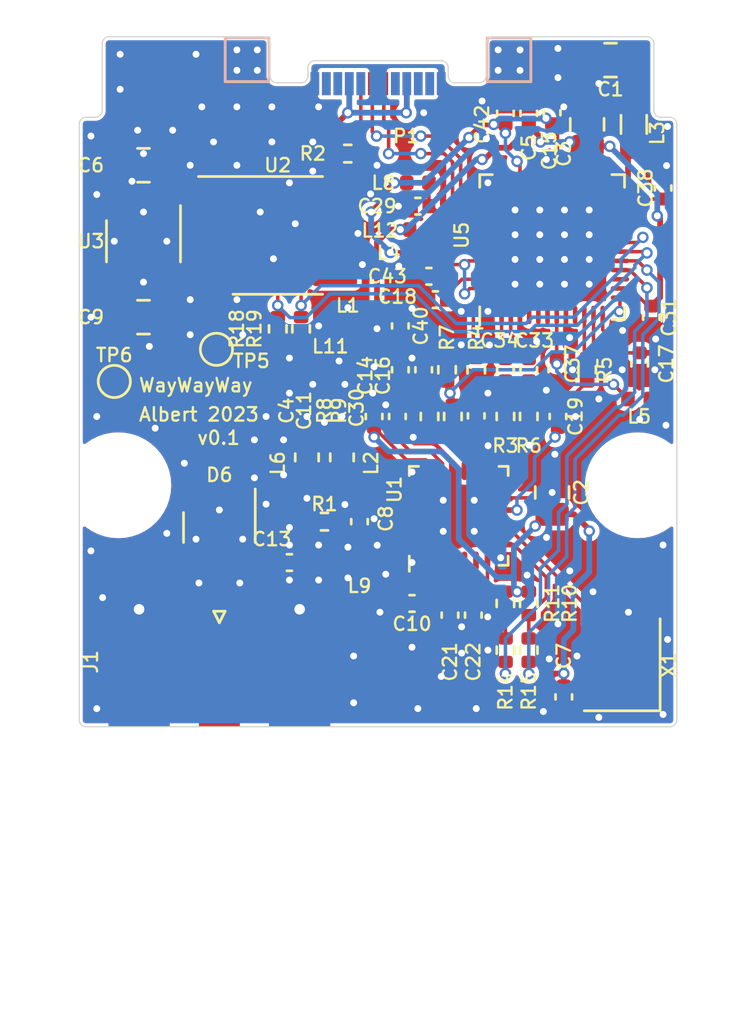
<source format=kicad_pcb>
(kicad_pcb (version 20221018) (generator pcbnew)
  (title_block (title "Expansion Card Template") (rev "X1") (company "Framework") (comment 1 "This work is licensed under a Creative Commons Attribution 4.0 International License") (comment 4 "https://frame.work"))
  (layers (0 "F.Cu" signal) (31 "B.Cu" signal) (34 "B.Paste" user) (35 "F.Paste" user) (36 "B.SilkS" user "B.Silkscreen") (37 "F.SilkS" user "F.Silkscreen") (38 "B.Mask" user) (39 "F.Mask" user) (44 "Edge.Cuts" user))
  (net 0 "")
  (net 1 "VBUS")
  (net 2 "GND")
  (net 3 "+1V2")
  (net 4 "+3V3")
  (net 6 "/RTL2832U/RTL_3V3")
  (net 7 "Net-(U5-C)")
  (net 8 "Net-(C8-Pad2)")
  (net 9 "Net-(U1-VDD_PLL)")
  (net 10 "Net-(J1-In)")
  (net 11 "Net-(C13-Pad2)")
  (net 12 "Net-(U1-CP)")
  (net 13 "Net-(C16-Pad1)")
  (net 14 "/RTL2832U/1V2_FILT_3")
  (net 15 "Net-(U1-CLK_Out)")
  (net 16 "RTL_CLK")
  (net 17 "Net-(U1-Det1)")
  (net 18 "Net-(U1-Det2)")
  (net 19 "/RTL2832U/1V2_FILT_2")
  (net 20 "Net-(U1-IF_AGC)")
  (net 21 "IF_N")
  (net 22 "IF_P")
  (net 23 "/RTL2832U/1V2_FILT_1")
  (net 24 "Net-(C40-Pad1)")
  (net 25 "Net-(U1-TF1N)")
  (net 26 "Net-(U1-TF2N)")
  (net 27 "Net-(U1-TF1P)")
  (net 28 "Net-(U1-TF2P)")
  (net 29 "Net-(U1-RF_IN)")
  (net 30 "Net-(U5-1.2V_REG_OUT)")
  (net 31 "USB_DP")
  (net 32 "USB_DN")
  (net 33 "Net-(L12-Pad2)")
  (net 34 "Net-(U5-R)")
  (net 35 "IF_AGC")
  (net 36 "Net-(U1-SDA)")
  (net 37 "Net-(U1-SCL)")
  (net 38 "T_SCL")
  (net 39 "T_SDA")
  (net 40 "/RTL2832U/EEPROM_SCL")
  (net 41 "/RTL2832U/EEPROM_SDA")
  (net 45 "Net-(U5-X_O)")
  (net 58 "/RTL2832U/IF_I_N")
  (net 59 "/RTL2832U/IF_I_P")
  (net 60 "/USBC_CC")
  (net 61 "IF_Q_P")
  (net 62 "IF_Q_N")
  (net 64 "Net-(U1-Xtal_I)")
  (net 66 "Net-(C33-Pad1)")
  (net 67 "Net-(C34-Pad1)")
  (footprint "Package_TO_SOT_SMD:SOT-23-5" (layer "F.Cu") (at 129.794 135.89 -90)
    (fp_text reference "U3")
    (fp_text value "AP2112K-3.3")
  )
  (footprint "Resistor_SMD:R_0402_1005Metric" (layer "F.Cu") (at 138.684 132.08 180)
    (fp_text reference "R2")
    (fp_text value "5.1k")
  )
  (footprint "Framework:FW_USB_C_Plug_Molex_105444" (layer "F.Cu") (at 140 129)
    (fp_text reference "P1")
    (fp_text value "USB_C_Plug_USB2.0")
    (fp_line (start -3.35 0) (end -4.3 0) (stroke (width 0.05)) (layer "Edge.Cuts"))
    (fp_line (start -3.05 -0.66) (end -3.05 -0.3) (stroke (width 0.05)) (layer "Edge.Cuts"))
    (fp_line (start -2.75 -0.96) (end 2.75 -0.96) (stroke (width 0.05)) (layer "Edge.Cuts"))
    (fp_line (start 3.05 -0.66) (end 3.05 -0.3) (stroke (width 0.05)) (layer "Edge.Cuts"))
    (fp_line (start 3.35 0) (end 4.3 0) (stroke (width 0.05)) (layer "Edge.Cuts"))
    (fp_arc (start -3.05 -0.66) (mid -2.962132 -0.872132) (end -2.75 -0.96) (stroke (width 0.05)) (layer "Edge.Cuts"))
    (fp_arc (start -3.05 -0.3) (mid -3.137868 -0.087868) (end -3.35 0) (stroke (width 0.05)) (layer "Edge.Cuts"))
    (fp_arc (start 2.75 -0.96) (mid 2.962132 -0.872132) (end 3.05 -0.66) (stroke (width 0.05)) (layer "Edge.Cuts"))
    (fp_arc (start 3.35 0) (mid 3.137868 -0.087868) (end 3.05 -0.3) (stroke (width 0.05)) (layer "Edge.Cuts"))
  )
  (footprint "MountingHole:MountingHole_2.2mm_M2" (layer "F.Cu") (at 128.7 146.5)
    (fp_text reference "H1" hide)
    (fp_text value "MountingHole")
  )
  (footprint "MountingHole:MountingHole_2.2mm_M2" (layer "F.Cu") (at 151.3 146.5)
    (fp_text reference "H2" hide)
    (fp_text value "MountingHole")
  )
  (footprint "TestPoint:TestPoint_Pad_1.5x1.5mm" (layer "F.Cu") (at 134.3 128)
    (fp_text reference "TP1" hide)
    (fp_text value "TestPoint")
  )
  (footprint "TestPoint:TestPoint_Pad_1.5x1.5mm" (layer "F.Cu") (at 145.7 128)
    (fp_text reference "TP3" hide)
    (fp_text value "TestPoint")
  )
  (footprint "Capacitor_SMD:C_0402_1005Metric" (layer "F.Cu") (at 147.574 130.302 90)
    (fp_text reference "C15")
    (fp_text value "100nF")
  )
  (footprint "Capacitor_SMD:C_0402_1005Metric" (layer "F.Cu") (at 145.542 130.33 90)
    (fp_text reference "C42")
    (fp_text value "100nF")
  )
  (footprint "Resistor_SMD:R_0402_1005Metric" (layer "F.Cu") (at 137.668 148.082)
    (fp_text reference "R1")
    (fp_text value "~5.6Ω")
  )
  (footprint "Capacitor_SMD:C_0402_1005Metric" (layer "F.Cu") (at 140.97 139.573 90)
    (fp_text reference "C40")
    (fp_text value "100nF")
  )
  (footprint "Resistor_SMD:R_0402_1005Metric" (layer "F.Cu") (at 146.558 143.51 90)
    (fp_text reference "R6")
    (fp_text value "100Ω")
  )
  (footprint "Capacitor_SMD:C_0402_1005Metric" (layer "F.Cu") (at 141.478 151.638)
    (fp_text reference "C10")
    (fp_text value "100nF")
  )
  (footprint "Resistor_SMD:R_0402_1005Metric" (layer "F.Cu") (at 145.542 143.51 90)
    (fp_text reference "R3")
    (fp_text value "100Ω")
  )
  (footprint "Capacitor_SMD:C_0402_1005Metric" (layer "F.Cu") (at 142.212 137.414)
    (fp_text reference "C43")
    (fp_text value "100nF")
  )
  (footprint "Capacitor_SMD:C_0402_1005Metric" (layer "F.Cu") (at 151.892 139.192 -90)
    (fp_text reference "C31")
    (fp_text value "100nF")
  )
  (footprint "Resistor_SMD:R_0402_1005Metric" (layer "F.Cu") (at 145.544 153.67 -90)
    (fp_text reference "R14")
    (fp_text value "220Ω")
  )
  (footprint "Capacitor_SMD:C_0402_1005Metric" (layer "F.Cu") (at 140.97 141.478 90)
    (fp_text reference "C14")
    (fp_text value "330pF")
  )
  (footprint "Capacitor_SMD:C_0805_2012Metric" (layer "F.Cu") (at 150.114 128.016)
    (fp_text reference "C1")
    (fp_text value "47µF")
  )
  (footprint "Inductor_SMD:L_0402_1005Metric" (layer "F.Cu") (at 138.684 149.86)
    (fp_text reference "L9")
    (fp_text value "?")
  )
  (footprint "Resistor_SMD:R_0402_1005Metric" (layer "F.Cu") (at 142.24 143.51 90)
    (fp_text reference "R8")
    (fp_text value "1.8k")
  )
  (footprint "Connector_Coaxial:SMA_Molex_73251-2120_EdgeMount_Horizontal" (layer "F.Cu") (at 133.096 154.877 -90)
    (fp_text reference "J1")
    (fp_text value "Conn_Coaxial")
  )
  (footprint "Resistor_SMD:R_0402_1005Metric" (layer "F.Cu") (at 146.558 153.67 -90)
    (fp_text reference "R15")
    (fp_text value "220Ω")
  )
  (footprint "Crystal:Crystal_SMD_3225-4Pin_3.2x2.5mm" (layer "F.Cu") (at 150.622 154.305 90)
    (fp_text reference "X1")
    (fp_text value "~")
  )
  (footprint "Inductor_SMD:L_0805_2012Metric" (layer "F.Cu") (at 151.13 130.81 90)
    (fp_text reference "L3")
    (fp_text value "4.7µH")
  )
  (footprint "Capacitor_SMD:C_0402_1005Metric" (layer "F.Cu") (at 147.828 143.51 90)
    (fp_text reference "C19")
    (fp_text value "100nF")
  )
  (footprint "Capacitor_SMD:C_0402_1005Metric" (layer "F.Cu") (at 145.542 141.478 90)
    (fp_text reference "C34")
    (fp_text value "100nF")
  )
  (footprint "Capacitor_SMD:C_0402_1005Metric" (layer "F.Cu") (at 146.558 130.33 90)
    (fp_text reference "C5")
    (fp_text value "100nF")
  )
  (footprint "Capacitor_SMD:C_0402_1005Metric" (layer "F.Cu") (at 144.272 143.482 90)
    (fp_text reference "C30")
    (fp_text value "100nF")
  )
  (footprint "Resistor_SMD:R_0402_1005Metric" (layer "F.Cu") (at 149.098 141.478 90)
    (fp_text reference "R5")
    (fp_text value "1MΩ")
  )
  (footprint "Capacitor_SMD:C_0805_2012Metric" (layer "F.Cu") (at 129.794 139.192 180)
    (fp_text reference "C9")
    (fp_text value "10uF")
  )
  (footprint "Package_SO:SOIC-8_3.9x4.9mm_P1.27mm" (layer "F.Cu") (at 135.636 135.636)
    (fp_text reference "U2")
    (fp_text value "M24C02-WMN")
  )
  (footprint "Capacitor_SMD:C_0402_1005Metric" (layer "F.Cu") (at 140.843 143.51 90)
    (fp_text reference "C11")
    (fp_text value "100nF")
  )
  (footprint "Package_TO_SOT_SMD:SOT-23" (layer "F.Cu") (at 133.096 148.336 -90)
    (fp_text reference "D6")
    (fp_text value "BAV99")
  )
  (footprint "Resistor_SMD:R_0402_1005Metric" (layer "F.Cu") (at 146.558 151.636 -90)
    (fp_text reference "R10")
    (fp_text value "4.7k")
  )
  (footprint "Capacitor_SMD:C_0402_1005Metric" (layer "F.Cu") (at 141.986 141.478 90)
    (fp_text reference "C16")
    (fp_text value "6.8nF")
  )
  (footprint "Capacitor_SMD:C_0402_1005Metric" (layer "F.Cu") (at 143.129 152.146 90)
    (fp_text reference "C21")
    (fp_text value "1µF")
  )
  (footprint "Capacitor_SMD:C_0402_1005Metric" (layer "F.Cu") (at 139.192 148.082 -90)
    (fp_text reference "C8")
    (fp_text value "10nF")
  )
  (footprint "Capacitor_SMD:C_0402_1005Metric" (layer "F.Cu") (at 139.827 143.51 90)
    (fp_text reference "C4")
    (fp_text value "100nF")
  )
  (footprint "Capacitor_SMD:C_0402_1005Metric" (layer "F.Cu") (at 151.384 141.224 -90)
    (fp_text reference "C17")
    (fp_text value "100nF")
  )
  (footprint "Capacitor_SMD:C_0402_1005Metric" (layer "F.Cu") (at 148.082 155.702 90)
    (fp_text reference "C7")
    (fp_text value "100nF")
  )
  (footprint "Inductor_SMD:L_0603_1608Metric" (layer "F.Cu") (at 138.43 145.288 90)
    (fp_text reference "L2")
    (fp_text value "150nH")
  )
  (footprint "Capacitor_SMD:C_0402_1005Metric" (layer "F.Cu") (at 136.144 149.86)
    (fp_text reference "C13")
    (fp_text value "10nF")
  )
  (footprint "Capacitor_SMD:C_0402_1005Metric" (layer "F.Cu") (at 147.7772 141.478 -90)
    (fp_text reference "C37")
    (fp_text value "100nF")
  )
  (footprint "Resistor_SMD:R_0402_1005Metric" (layer "F.Cu") (at 145.542 151.636 -90)
    (fp_text reference "R11")
    (fp_text value "4.7k")
  )
  (footprint "Capacitor_SMD:C_0402_1005Metric" (layer "F.Cu") (at 141.732 134.366)
    (fp_text reference "C29")
    (fp_text value "100nF")
  )
  (footprint "Inductor_SMD:L_0402_1005Metric" (layer "F.Cu") (at 141.986 136.398)
    (fp_text reference "L4")
    (fp_text value "bead")
  )
  (footprint "Capacitor_SMD:C_0402_1005Metric" (layer "F.Cu") (at 152.4 133.576 90)
    (fp_text reference "C38")
    (fp_text value "100nF")
  )
  (footprint "Capacitor_SMD:C_0402_1005Metric" (layer "F.Cu") (at 146.558 141.478 90)
    (fp_text reference "C33")
    (fp_text value "100nF")
  )
  (footprint "Capacitor_SMD:C_0805_2012Metric" (layer "F.Cu") (at 149.098 130.81 90)
    (fp_text reference "C3")
    (fp_text value "10µF")
  )
  (footprint "Capacitor_SMD:C_0805_2012Metric" (layer "F.Cu") (at 147.574 146.812 90)
    (fp_text reference "C2")
    (fp_text value "10µF")
  )
  (footprint "Resistor_SMD:R_0402_1005Metric" (layer "F.Cu") (at 143.256 143.51 90)
    (fp_text reference "R9")
    (fp_text value "10k")
  )
  (footprint "Inductor_SMD:L_0402_1005Metric" (layer "F.Cu") (at 141.732 133.35)
    (fp_text reference "L8")
    (fp_text value "bead")
  )
  (footprint "TestPoint:TestPoint_Pad_D1.0mm" (layer "F.Cu") (at 132.969 140.589)
    (fp_text reference "TP5")
    (fp_text value "TestPoint")
  )
  (footprint "Resistor_SMD:R_0402_1005Metric" (layer "F.Cu") (at 136.652 139.7 90)
    (fp_text reference "R19")
    (fp_text value "4.7k")
  )
  (footprint "design_specific:QFN-48_EP_6x6_Pitch0.4mm_vias0.3mm" (layer "F.Cu") (at 147.574 136.144 90)
    (fp_text reference "U5")
    (fp_text value "~")
  )
  (footprint "Inductor_SMD:L_0402_1005Metric" (layer "F.Cu") (at 151.361 142.748 180)
    (fp_text reference "L5")
    (fp_text value "bead")
  )
  (footprint "Capacitor_SMD:C_0402_1005Metric" (layer "F.Cu") (at 142.494 138.43)
    (fp_text reference "C18")
    (fp_text value "100nF")
  )
  (footprint "Inductor_SMD:L_0402_1005Metric" (layer "F.Cu") (at 138.684 139.446 180)
    (fp_text reference "L1")
    (fp_text value "bead")
  )
  (footprint "Capacitor_SMD:C_0805_2012Metric" (layer "F.Cu") (at 129.794 132.588 180)
    (fp_text reference "C6")
    (fp_text value "10uF")
  )
  (footprint "Resistor_SMD:R_0402_1005Metric" (layer "F.Cu") (at 144.272 141.478 90)
    (fp_text reference "R4")
    (fp_text value "10k")
  )
  (footprint "Resistor_SMD:R_0402_1005Metric" (layer "F.Cu") (at 143.002 141.478 -90)
    (fp_text reference "R7")
    (fp_text value "4.7k")
  )
  (footprint "Capacitor_SMD:C_0402_1005Metric" (layer "F.Cu") (at 144.145 152.146 90)
    (fp_text reference "C22")
    (fp_text value "100nF")
  )
  (footprint "Inductor_SMD:L_0402_1005Metric" (layer "F.Cu") (at 139.446 140.462 180)
    (fp_text reference "L11")
    (fp_text value "bead")
  )
  (footprint "Resistor_SMD:R_0402_1005Metric" (layer "F.Cu") (at 135.636 139.7 90)
    (fp_text reference "R18")
    (fp_text value "4.7k")
  )
  (footprint "TestPoint:TestPoint_Pad_D1.0mm" (layer "F.Cu") (at 128.524 141.986)
    (fp_text reference "TP6")
    (fp_text value "TestPoint")
  )
  (footprint "Inductor_SMD:L_0603_1608Metric" (layer "F.Cu") (at 136.906 145.288 90)
    (fp_text reference "L6")
    (fp_text value "150nH")
  )
  (footprint "Inductor_SMD:L_0402_1005Metric" (layer "F.Cu") (at 141.859 135.382)
    (fp_text reference "L12")
    (fp_text value "bead")
  )
  (footprint "design_specific:QFN-24_EP_4x4_Pitch0.5mm_vias0.3mm" (layer "F.Cu") (at 143.51 147.828 90)
    (fp_text reference "U1")
    (fp_text value "~")
  )
  (footprint "TestPoint:TestPoint_Pad_1.5x1.5mm" (layer "B.Cu") (at 134.3 128)
    (fp_text reference "TP2" hide)
    (fp_text value "TestPoint")
  )
  (footprint "TestPoint:TestPoint_Pad_1.5x1.5mm" (layer "B.Cu") (at 145.7 128)
    (fp_text reference "TP4" hide)
    (fp_text value "TestPoint")
  )
  (gr_line (start 153 130.8) (end 153 156.7) (stroke (width 0.05)) (layer "Edge.Cuts"))
  (gr_line (start 127.3 157) (end 152.7 157) (stroke (width 0.05)) (layer "Edge.Cuts"))
  (gr_arc (start 144.7 128.7) (mid 144.612132 128.912132) (end 144.4 129) (stroke (width 0.05)) (layer "Edge.Cuts"))
  (gr_arc (start 135 127) (mid 135.212132 127.087868) (end 135.3 127.3) (stroke (width 0.05)) (layer "Edge.Cuts"))
  (gr_line (start 144.7 128.7) (end 144.7 127.3) (stroke (width 0.05)) (layer "Edge.Cuts"))
  (gr_arc (start 144.7 127.3) (mid 144.787868 127.087868) (end 145 127) (stroke (width 0.05)) (layer "Edge.Cuts"))
  (gr_line (start 135 127) (end 128.3 127) (stroke (width 0.05)) (layer "Edge.Cuts"))
  (gr_line (start 145 127) (end 151.7 127) (stroke (width 0.05)) (layer "Edge.Cuts"))
  (gr_arc (start 127.3 157) (mid 127.087868 156.912132) (end 127 156.7) (stroke (width 0.05)) (layer "Edge.Cuts"))
  (gr_line (start 144.3 129) (end 144.4 129) (stroke (width 0.05)) (layer "Edge.Cuts"))
  (gr_arc (start 128 127.3) (mid 128.087868 127.087868) (end 128.3 127) (stroke (width 0.05)) (layer "Edge.Cuts"))
  (gr_line (start 128 130.2) (end 128 127.3) (stroke (width 0.05)) (layer "Edge.Cuts"))
  (gr_arc (start 128 130.2) (mid 127.912132 130.412132) (end 127.7 130.5) (stroke (width 0.05)) (layer "Edge.Cuts"))
  (gr_arc (start 127 130.8) (mid 127.087868 130.587868) (end 127.3 130.5) (stroke (width 0.05)) (layer "Edge.Cuts"))
  (gr_line (start 127.3 130.5) (end 127.7 130.5) (stroke (width 0.05)) (layer "Edge.Cuts"))
  (gr_line (start 152 130.2) (end 152 127.3) (stroke (width 0.05)) (layer "Edge.Cuts"))
  (gr_arc (start 152.7 130.5) (mid 152.912132 130.587868) (end 153 130.8) (stroke (width 0.05)) (layer "Edge.Cuts"))
  (gr_arc (start 152.3 130.5) (mid 152.087868 130.412132) (end 152 130.2) (stroke (width 0.05)) (layer "Edge.Cuts"))
  (gr_line (start 152.3 130.5) (end 152.7 130.5) (stroke (width 0.05)) (layer "Edge.Cuts"))
  (gr_line (start 135.6 129) (end 135.7 129) (stroke (width 0.05)) (layer "Edge.Cuts"))
  (gr_arc (start 153 156.7) (mid 152.912132 156.912132) (end 152.7 157) (stroke (width 0.05)) (layer "Edge.Cuts"))
  (gr_arc (start 151.7 127) (mid 151.912132 127.087868) (end 152 127.3) (stroke (width 0.05)) (layer "Edge.Cuts"))
  (gr_line (start 135.3 128.7) (end 135.3 127.3) (stroke (width 0.05)) (layer "Edge.Cuts"))
  (gr_arc (start 135.6 129) (mid 135.387868 128.912132) (end 135.3 128.7) (stroke (width 0.05)) (layer "Edge.Cuts"))
  (gr_line (start 127 130.8) (end 127 156.7) (stroke (width 0.05)) (layer "Edge.Cuts"))
  (gr_text "WayWayWay" (at 129.54 142.494) (layer "F.SilkS") (effects (font (size 0.5842 0.5842) (thickness 0.1016) bold) (justify left bottom)))
  (gr_text "v0.1" (at 132.08 144.78) (layer "F.SilkS") (effects (font (size 0.5842 0.5842) (thickness 0.1016) bold) (justify left bottom)))
  (gr_text "Albert 2023" (at 129.54 143.764) (layer "F.SilkS") (effects (font (size 0.5842 0.5842) (thickness 0.1016) bold) (justify left bottom)))
  (segment (start 138.684 130.302) (end 138.176 130.81) (width 0.25) (layer "F.Cu") (net 1))
  (segment (start 128.844 134.235) (end 129.221 133.858) (width 0.25) (layer "F.Cu") (net 1))
  (segment (start 141.25 130.276) (end 141.25 129.04) (width 0.25) (layer "F.Cu") (net 1))
  (segment (start 141.224 130.302) (end 141.25 130.276) (width 0.25) (layer "F.Cu") (net 1))
  (segment (start 138.176 130.81) (end 132.522 130.81) (width 0.25) (layer "F.Cu") (net 1))
  (segment (start 138.684 130.302) (end 138.75 130.236) (width 0.25) (layer "F.Cu") (net 1))
  (segment (start 132.522 130.81) (end 130.744 132.588) (width 0.25) (layer "F.Cu") (net 1))
  (segment (start 129.221 133.858) (end 130.744 133.858) (width 0.25) (layer "F.Cu") (net 1))
  (segment (start 128.844 134.79) (end 128.844 134.235) (width 0.25) (layer "F.Cu") (net 1))
  (segment (start 130.744 134.79) (end 130.744 133.858) (width 0.25) (layer "F.Cu") (net 1))
  (segment (start 138.75 130.236) (end 138.75 129.04) (width 0.25) (layer "F.Cu") (net 1))
  (segment (start 130.744 133.858) (end 130.744 132.588) (width 0.25) (layer "F.Cu") (net 1))
  (via (at 141.224 130.302) (size 0.5) (drill 0.3) (layers "F.Cu" "B.Cu") (net 1))
  (via (at 138.684 130.302) (size 0.5) (drill 0.3) (layers "F.Cu" "B.Cu") (net 1))
  (segment (start 141.25 130.276) (end 141.25 129.04) (width 0.25) (layer "B.Cu") (net 1))
  (segment (start 138.684 130.302) (end 141.224 130.302) (width 0.25) (layer "B.Cu") (net 1))
  (segment (start 138.684 130.302) (end 138.75 130.236) (width 0.25) (layer "B.Cu") (net 1))
  (segment (start 138.75 130.236) (end 138.75 129.04) (width 0.25) (layer "B.Cu") (net 1))
  (segment (start 141.224 130.302) (end 141.25 130.276) (width 0.25) (layer "B.Cu") (net 1))
  (segment (start 144.907 142.367) (end 144.78 142.494) (width 0.1524) (layer "F.Cu") (net 2))
  (segment (start 143.9478 134.499827) (end 144.191973 134.744) (width 0.1524) (layer "F.Cu") (net 2))
  (segment (start 142.014 138.43) (end 142.014 138.458) (width 0.25) (layer "F.Cu") (net 2))
  (segment (start 149.0375 154.305) (end 152.527 154.305) (width 0.25) (layer "F.Cu") (net 2))
  (segment (start 139.192 144.087535) (end 138.614465 143.51) (width 0.1524) (layer "F.Cu") (net 2))
  (segment (start 138.614465 143.51) (end 138.43 143.51) (width 0.1524) (layer "F.Cu") (net 2))
  (segment (start 144.191973 134.744) (end 144.624 134.744) (width 0.1524) (layer "F.Cu") (net 2))
  (segment (start 151.9097 139.6897) (end 151.892 139.672) (width 0.1524) (layer "F.Cu") (net 2))
  (segment (start 143.9478 133.788173) (end 143.9478 134.499827) (width 0.1524) (layer "F.Cu") (net 2))
  (segment (start 129.794 134.62) (end 129.794 134.79) (width 0.25) (layer "F.Cu") (net 2))
  (segment (start 140.579368 145.923) (end 139.192 144.535632) (width 0.1524) (layer "F.Cu") (net 2))
  (segment (start 148.6565 153.924) (end 149.0375 154.305) (width 0.25) (layer "F.Cu") (net 2))
  (segment (start 139.954 132.588) (end 139.9722 132.6062) (width 0.1524) (layer "F.Cu") (net 2))
  (segment (start 139.192 144.535632) (end 139.192 144.087535) (width 0.1524) (layer "F.Cu") (net 2))
  (segment (start 148.341311 150.22153) (end 148.501757 150.22153) (width 0.1524) (layer "F.Cu") (net 2))
  (segment (start 149.098 128.082) (end 149.164 128.016) (width 0.1524) (layer "F.Cu") (net 2))
  (via (at 133.858 127.5715) (size 0.5) (drill 0.3) (layers "F.Cu" "B.Cu") (net 2))
  (via (at 133.858 128.4605) (size 0.5) (drill 0.3) (layers "F.Cu" "B.Cu") (net 2))
  (via (at 146.177 127.5715) (size 0.5) (drill 0.3) (layers "F.Cu" "B.Cu") (net 2))
  (via (at 146.177 128.4605) (size 0.5) (drill 0.3) (layers "F.Cu" "B.Cu") (net 2))
  (via (at 144.272 156.21) (size 0.5) (drill 0.3) (layers "F.Cu" "B.Cu") (net 2))
  (via (at 149.606 142.748) (size 0.5) (drill 0.3) (layers "F.Cu" "B.Cu") (net 2))
  (via (at 130.302 144.018) (size 0.5) (drill 0.3) (layers "F.Cu" "B.Cu") (net 2))
  (via (at 134.112 148.844) (size 0.5) (drill 0.3) (layers "F.Cu" "B.Cu") (net 2))
  (via (at 146.5757 144.757981) (size 0.5) (drill 0.3) (layers "F.Cu" "B.Cu") (net 2))
  (via (at 131.826 139.954) (size 0.5) (drill 0.3) (layers "F.Cu" "B.Cu") (net 2))
  (via (at 132.08 148.844) (size 0.5) (drill 0.3) (layers "F.Cu" "B.Cu") (net 2))
  (via (at 136.144 140.97) (size 0.5) (drill 0.3) (layers "F.Cu" "B.Cu") (net 2))
  (via (at 129.794 134.62) (size 0.5) (drill 0.3) (layers "F.Cu" "B.Cu") (net 2))
  (via (at 134.62 146.177) (size 0.5) (drill 0.3) (layers "F.Cu" "B.Cu") (net 2))
  (via (at 147.828 152.527) (size 0.5) (drill 0.3) (layers "F.Cu" "B.Cu") (net 2))
  (via (at 130.81 135.89) (size 0.5) (drill 0.3) (layers "F.Cu" "B.Cu") (net 2))
  (via (at 133.985 150.749) (size 0.5) (drill 0.3) (layers "F.Cu" "B.Cu") (net 2))
  (via (at 136.144 148.336) (size 0.5) (drill 0.3) (layers "F.Cu" "B.Cu") (net 2))
  (via (at 134.112 139.954) (size 0.5) (drill 0.3) (layers "F.Cu" "B.Cu") (net 2))
  (via (at 136.398 135.128) (size 0.5) (drill 0.3) (layers "F.Cu" "B.Cu") (net 2))
  (via (at 131.826 132.588) (size 0.5) (drill 0.3) (layers "F.Cu" "B.Cu") (net 2))
  (via (at 140.884968 134.366) (size 0.5) (drill 0.3) (layers "F.Cu" "B.Cu") (net 2))
  (via (at 140.335 143.002) (size 0.5) (drill 0.3) (layers "F.Cu" "B.Cu") (net 2))
  (via (at 136.906 143.51) (size 0.5) (drill 0.3) (layers "F.Cu" "B.Cu") (net 2))
  (via (at 152.4 149.098) (size 0.5) (drill 0.3) (layers "F.Cu" "B.Cu") (net 2))
  (via (at 135.128 143.51) (size 0.5) (drill 0.3) (layers "F.Cu" "B.Cu") (net 2))
  (via (at 144.78 138.938) (size 0.5) (drill 0.3) (layers "F.Cu" "B.Cu") (net 2))
  (via (at 152.044 141.478) (size 0.5) (drill 0.3) (layers "F.Cu" "B.Cu") (net 2))
  (via (at 141.478 153.543) (size 0.5) (drill 0.3) (layers "F.Cu" "B.Cu") (net 2))
  (via (at 152.552983 132.602947) (size 0.5) (drill 0.3) (layers "F.Cu" "B.Cu") (net 2))
  (via (at 144.7725 152.224068) (size 0.5) (drill 0.3) (layers "F.Cu" "B.Cu") (net 2))
  (via (at 145.2245 128.4605) (size 0.5) (drill 0.3) (layers "F.Cu" "B.Cu") (net 2))
  (via (at 148.463 141.478) (size 0.5) (drill 0.3) (layers "F.Cu" "B.Cu") (net 2))
  (via (at 140.904175 136.9725) (size 0.5) (drill 0.3) (layers "F.Cu" "B.Cu") (net 2))
  (via (at 133.858 138.43) (size 0.5) (drill 0.3) (layers "F.Cu" "B.Cu") (net 2))
  (via (at 147.69208 145.15208) (size 0.5) (drill 0.3) (layers "F.Cu" "B.Cu") (net 2))
  (via (at 136.144 133.35) (size 0.5) (drill 0.3) (layers "F.Cu" "B.Cu") (net 2))
  (via (at 127.762 156.21) (size 0.5) (drill 0.3) (layers "F.Cu" "B.Cu") (net 2))
  (via (at 136.906 147.066) (size 0.5) (drill 0.3) (layers "F.Cu" "B.Cu") (net 2))
  (via (at 135.4485 136.652) (size 0.5) (drill 0.3) (layers "F.Cu" "B.Cu") (net 2))
  (via (at 139.963273 149.107273) (size 0.5) (drill 0.3) (layers "F.Cu" "B.Cu") (net 2))
  (via (at 147.828 128.778) (size 0.5) (drill 0.3) (layers "F.Cu" "B.Cu") (net 2))
  (via (at 144.78 133.35) (size 0.5) (drill 0.3) (layers "F.Cu" "B.Cu") (net 2))
  (via (at 141.478 149.86) (size 0.5) (drill 0.3) (layers "F.Cu" "B.Cu") (net 2))
  (via (at 127.508 149.352) (size 0.5) (drill 0.3) (layers "F.Cu" "B.Cu") (net 2))
  (via (at 149.606 129.032) (size 0.5) (drill 0.3) (layers "F.Cu" "B.Cu") (net 2))
  (via (at 138.938 155.956) (size 0.5) (drill 0.3) (layers "F.Cu" "B.Cu") (net 2))
  (via (at 147.32 142.367) (size 0.5) (drill 0.3) (layers "F.Cu" "B.Cu") (net 2))
  (via (at 138.557 142.113) (size 0.5) (drill 0.3) (layers "F.Cu" "B.Cu") (net 2))
  (via (at 138.689216 150.528481) (size 0.5) (drill 0.3) (layers "F.Cu" "B.Cu") (net 2))
  (via (at 135.89 146.05) (size 0.5) (drill 0.3) (layers "F.Cu" "B.Cu") (net 2))
  (via (at 133.858 130.048) (size 0.5) (drill 0.3) (layers "F.Cu" "B.Cu") (net 2))
  (via (at 137.668 143.764) (size 0.5) (drill 0.3) (layers "F.Cu" "B.Cu") (net 2))
  (via (at 136.144 150.622) (size 0.5) (drill 0.3) (layers "F.Cu" "B.Cu") (net 2))
  (via (at 143.6193 138.938) (size 0.5) (drill 0.3) (layers "F.Cu" "B.Cu") (net 2))
  (via (at 149.606 156.591) (size 0.5) (drill 0.3) (layers "F.Cu" "B.Cu") (net 2))
  (via (at 133.858 132.588) (size 0.5) (drill 0.3) (layers "F.Cu" "B.Cu") (net 2))
  (via (at 152.0795 140.1415) (size 0.5) (drill 0.3) (layers "F.Cu" "B.Cu") (net 2))
  (via (at 132.207 150.749) (size 0.5) (drill 0.3) (layers "F.Cu" "B.Cu") (net 2))
  (via (at 132.334 130.048) (size 0.5) (drill 0.3) (layers "F.Cu" "B.Cu") (net 2))
  (via (at 150.6397 139.772773) (size 0.5) (drill 0.3) (layers "F.Cu" "B.Cu") (net 2))
  (via (at 137.16 142.113) (size 0.5) (drill 0.3) (layers "F.Cu" "B.Cu") (net 2))
  (via (at 142.748 154.813) (size 0.5) (drill 0.3) (layers "F.Cu" "B.Cu") (net 2))
  (via (at 147.828 127.508) (size 0.5) (drill 0.3) (layers "F.Cu" "B.Cu") (net 2))
  (via (at 137.414 149.098) (size 0.5) (drill 0.3) (layers "F.Cu" "B.Cu") (net 2))
  (via (at 141.478 138.811) (size 0.5) (drill 0.3) (layers "F.Cu" "B.Cu") (net 2))
  (via (at 138.557 147.3377) (size 0.5) (drill 0.3) (layers "F.Cu" "B.Cu") (net 2))
  (via (at 132.08 127.762) (size 0.5) (drill 0.3) (layers "F.Cu" "B.Cu") (net 2))
  (via (at 138.938 153.924) (size 0.5) (drill 0.3) (layers "F.Cu" "B.Cu") (net 2))
  (via (at 135.382 130.048) (size 0.5) (drill 0.3) (layers "F.Cu" "B.Cu") (net 2))
  (via (at 137.414 130.048) (size 0.5) (drill 0.3) (layers "F.Cu" "B.Cu") (net 2))
  (via (at 130.81 148.59) (size 0.5) (drill 0.3) (layers "F.Cu" "B.Cu") (net 2))
  (via (at 147.329821 148.767971) (size 0.5) (drill 0.3) (layers "F.Cu" "B.Cu") (net 2))
  (via (at 136.144 149.098) (size 0.5) (drill 0.3) (layers "F.Cu" "B.Cu") (net 2))
  (via (at 140.335 150.368) (size 0.5) (drill 0.3) (layers "F.Cu" "B.Cu") (net 2))
  (via (at 139.954 132.588) (size 0.5) (drill 0.3) (layers "F.Cu" "B.Cu") (net 2))
  (via (at 134.874 134.62) (size 0.5) (drill 0.3) (layers "F.Cu" "B.Cu") (net 2))
  (via (at 128.524 135.89) (size 0.5) (drill 0.3) (layers "F.Cu" "B.Cu") (net 2))
  (via (at 147.574 146.812) (size 0.5) (drill 0.3) (layers "F.Cu" "B.Cu") (net 2))
  (via (at 135.89 144.526) (size 0.5) (drill 0.3) (layers "F.Cu" "B.Cu") (net 2))
  (via (at 134.62 144.526) (size 0.5) (drill 0.3) (layers "F.Cu" "B.Cu") (net 2))
  (via (at 139.7665 142.494) (size 0.5) (drill 0.3) (layers "F.Cu" "B.Cu") (net 2))
  (via (at 144.8483 140.398805) (size 0.5) (drill 0.3) (layers "F.Cu" "B.Cu") (net 2))
  (via (at 139.954 139.6925) (size 0.5) (drill 0.3) (layers "F.Cu" "B.Cu") (net 2))
  (via (at 140.081 152.019) (size 0.5) (drill 0.3) (layers "F.Cu" "B.Cu") (net 2))
  (via (at 143.637 152.654) (size 0.5) (drill 0.3) (layers "F.Cu" "B.Cu") (net 2))
  (via (at 129.794 132.08) (size 0.5) (drill 0.3) (layers "F.Cu" "B.Cu") (net 2))
  (via (at 137.16 131.572) (size 0.5) (drill 0.3) (layers "F.Cu" "B.Cu") (net 2))
  (via (at 135.128 147.32) (size 0.5) (drill 0.3) (layers "F.Cu" "B.Cu") (net 2))
  (via (at 134.747 127.5715) (size 0.5) (drill 0.3) (layers "F.Cu" "B.Cu") (net 2))
  (via (at 139.674767 133.832767) (size 0.5) (drill 0.3) (layers "F.Cu" "B.Cu") (net 2))
  (via (at 134.747 128.4605) (size 0.5) (drill 0.3) (layers "F.Cu" "B.Cu") (net 2))
  (via (at 139.827 141.351) (size 0.5) (drill 0.3) (layers "F.Cu" "B.Cu") (net 2))
  (via (at 139.1255 135.552238) (size 0.5) (drill 0.3) (layers "F.Cu" "B.Cu") (net 2))
  (via (at 144.7857 144.78) (size 0.5) (drill 0.3) (layers "F.Cu" "B.Cu") (net 2))
  (via (at 141.478 145.923) (size 0.5) (drill 0.3) (layers "F.Cu" "B.Cu") (net 2))
  (via (at 131.064 131.064) (size 0.5) (drill 0.3) (layers "F.Cu" "B.Cu") (net 2))
  (via (at 139.827 147.955) (size 0.5) (drill 0.3) (layers "F.Cu" "B.Cu") (net 2))
  (via (at 152.5981 153.205) (size 0.5) (drill 0.3) (layers "F.Cu" "B.Cu") (net 2))
  (via (at 145.3345 149.6525) (size 0.5) (drill 0.3) (layers "F.Cu" "B.Cu") (net 2))
  (via (at 147.32 132.334) (size 0.5) (drill 0.3) (layers "F.Cu" "B.Cu") (net 2))
  (via (at 132.842 131.572) (size 0.5) (drill 0.3) (layers "F.Cu" "B.Cu") (net 2))
  (via (at 152.527 143.891) (size 0.5) (drill 0.3) (layers "F.Cu" "B.Cu") (net 2))
  (via (at 129.54 131.064) (size 0.5) (drill 0.3) (layers "F.Cu" "B.Cu") (net 2))
  (via (at 128.778 127.762) (size 0.5) (drill 0.3) (layers "F.Cu" "B.Cu") (net 2))
  (via (at 149.352 151.13) (size 0.5) (drill 0.3) (layers "F.Cu" "B.Cu") (net 2))
  (via (at 127.762 143.51) (size 0.5) (drill 0.3) (layers "F.Cu" "B.Cu") (net 2))
  (via (at 147.447 154.051) (size 0.5) (drill 0.3) (layers "F.Cu" "B.Cu") (net 2))
  (via (at 146.897486 140.249514) (size 0.5) (drill 0.3) (layers "F.Cu" "B.Cu") (net 2))
  (via (at 129.293914 133.2835) (size 0.5) (drill 0.3) (layers "F.Cu" "B.Cu") (net 2))
  (via (at 152.4 156.464) (size 0.5) (drill 0.3) (layers "F.Cu" "B.Cu") (net 2))
  (via (at 143.6193 140.392163) (size 0.5) (drill 0.3) (layers "F.Cu" "B.Cu") (net 2))
  (via (at 138.689216 149.191519) (size 0.5) (drill 0.3) (layers "F.Cu" "B.Cu") (net 2))
  (via (at 138.303 141.097) (size 0.5) (drill 0.3) (layers "F.Cu" "B.Cu") (net 2))
  (via (at 144.78 142.494) (size 0.5) (drill 0.3) (layers "F.Cu" "B.Cu") (net 2))
  (via (at 130.048 140.462) (size 0.5) (drill 0.3) (layers "F.Cu" "B.Cu") (net 2))
  (via (at 127.508 139.192) (size 0.5) (drill 0.3) (layers "F.Cu" "B.Cu") (net 2))
  (via (at 127.762 133.858) (size 0.5) (drill 0.3) (layers "F.Cu" "B.Cu") (net 2))
  (via (at 128.778 129.286) (size 0.5) (drill 0.3) (layers "F.Cu" "B.Cu") (net 2))
  (via (at 150.622 141.478) (size 0.5) (drill 0.3) (layers "F.Cu" "B.Cu") (net 2))
  (via (at 146.484 150.4065) (size 0.5) (drill 0.3) (layers "F.Cu" "B.Cu") (net 2))
  (via (at 144.78 153.67) (size 0.5) (drill 0.3) (layers "F.Cu" "B.Cu") (net 2))
  (via (at 131.572 145.542) (size 0.5) (drill 0.3) (layers "F.Cu" "B.Cu") (net 2))
  (via (at 127.508 131.318) (size 0.5) (drill 0.3) (layers "F.Cu" "B.Cu") (net 2))
  (via (at 141.478 140.97) (size 0.5) (drill 0.3) (layers "F.Cu" "B.Cu") (net 2))
  (via (at 141.530336 144.41262) (size 0.5) (drill 0.3) (layers "F.Cu" "B.Cu") (net 2))
  (via (at 137.414 150.622) (size 0.5) (drill 0.3) (layers "F.Cu" "B.Cu") (net 2))
  (via (at 145.2245 127.5715) (size 0.5) (drill 0.3) (layers "F.Cu" "B.Cu") (net 2))
  (via (at 148.082 130.048) (size 0.5) (drill 0.3) (layers "F.Cu" "B.Cu") (net 2))
  (via (at 143.637 153.797) (size 0.5) (drill 0.3) (layers "F.Cu" "B.Cu") (net 2))
  (via (at 152.594265 130.9019) (size 0.5) (drill 0.3) (layers "F.Cu" "B.Cu") (net 2))
  (via (at 141.986 130.302) (size 0.5) (drill 0.3) (layers "F.Cu" "B.Cu") (net 2))
  (via (at 135.382 131.572) (size 0.5) (drill 0.3) (layers "F.Cu" "B.Cu") (net 2))
  (via (at 139.319 136.906) (size 0.5) (drill 0.3) (layers "F.Cu" "B.Cu") (net 2))
  (via (at 138.43 143.51) (size 0.5) (drill 0.3) (layers "F.Cu" "B.Cu") (net 2))
  (via (at 137.414 139.573) (size 0.5) (drill 0.3) (layers "F.Cu" "B.Cu") (net 2))
  (via (at 148.6565 153.924) (size 0.5) (drill 0.3) (layers "F.Cu" "B.Cu") (net 2))
  (via (at 138.687282 138.77882) (size 0.5) (drill 0.3) (layers "F.Cu" "B.Cu") (net 2))
  (via (at 137.16 132.842) (size 0.5) (drill 0.3) (layers "F.Cu" "B.Cu") (net 2))
  (via (at 147.193 156.337) (size 0.5) (drill 0.3) (layers "F.Cu" "B.Cu") (net 2))
  (via (at 136.144 142.494) (size 0.5) (drill 0.3) (layers "F.Cu" "B.Cu") (net 2))
  (via (at 144.713781 131.434686) (size 0.5) (drill 0.3) (layers "F.Cu" "B.Cu") (net 2))
  (via (at 131.826 138.43) (size 0.5) (drill 0.3) (layers "F.Cu" "B.Cu") (net 2))
  (via (at 129.794 137.668) (size 0.5) (drill 0.3) (layers "F.Cu" "B.Cu") (net 2))
  (via (at 148.59 143.51) (size 0.5) (drill 0.3) (layers "F.Cu" "B.Cu") (net 2))
  (via (at 141.732 156.21) (size 0.5) (drill 0.3) (layers "F.Cu" "B.Cu") (net 2))
  (via (at 128.016 151.384) (size 0.5) (drill 0.3) (layers "F.Cu" "B.Cu") (net 2))
  (via (at 148.336 140.081) (size 0.5) (drill 0.3) (layers "F.Cu" "B.Cu") (net 2))
  (via (at 148.341311 150.22153) (size 0.5) (drill 0.3) (layers "F.Cu" "B.Cu") (net 2))
  (via (at 133.096 147.574) (size 0.5) (drill 0.3) (layers "F.Cu" "B.Cu") (net 2))
  (via (at 150.8937 152.019) (size 0.5) (drill 0.3) (layers "F.Cu" "B.Cu") (net 2))
  (via (at 151.384 143.637) (size 0.5) (drill 0.3) (layers "F.Cu" "B.Cu") (net 2))
  (via (at 144.526 129.794) (size 0.5) (drill 0.3) (layers "F.Cu" "B.Cu") (net 2))
  (segment (start 148.9238 145.515746) (end 148.9238 147.484254) (width 0.1524) (layer "B.Cu") (net 2))
  (segment (start 151.13 143.891) (end 151.384 143.637) (width 0.1524) (layer "B.Cu") (net 2))
  (segment (start 150.548546 143.891) (end 151.13 143.891) (width 0.1524) (layer "B.Cu") (net 2))
  (segment (start 150.8135 141.6695) (end 150.8135 142.312132) (width 0.1524) (layer "B.Cu") (net 2))
  (segment (start 145.3345 149.030592) (end 147.553092 146.812) (width 0.1524) (layer "B.Cu") (net 2))
  (segment (start 147.574 145.27016) (end 147.69208 145.15208) (width 0.1524) (layer "B.Cu") (net 2))
  (segment (start 150.377632 142.748) (end 149.606 142.748) (width 0.1524) (layer "B.Cu") (net 2))
  (segment (start 150.315746 148.8762) (end 152.1782 148.8762) (width 0.1524) (layer "B.Cu") (net 2))
  (segment (start 149.055773 147.616227) (end 150.315746 148.8762) (width 0.1524) (layer "B.Cu") (net 2))
  (segment (start 148.9238 147.484254) (end 149.055773 147.616227) (width 0.1524) (layer "B.Cu") (net 2))
  (segment (start 150.8135 142.312132) (end 150.377632 142.748) (width 0.1524) (layer "B.Cu") (net 2))
  (segment (start 150.622 141.478) (end 150.8135 141.6695) (width 0.1524) (layer "B.Cu") (net 2))
  (segment (start 152.1782 148.8762) (end 152.4 149.098) (width 0.1524) (layer "B.Cu") (net 2))
  (segment (start 150.298612 138.4118) (end 148.360512 140.3499) (width 0.1524) (layer "B.Cu") (net 2))
  (segment (start 148.9238 145.515746) (end 150.548546 143.891) (width 0.1524) (layer "B.Cu") (net 2))
  (segment (start 152.654 140.716) (end 152.654 141.94) (width 0.25) (layer "F.Cu") (net 3))
  (segment (start 152.055 132.316479) (end 152.055 131.227) (width 0.25) (layer "F.Cu") (net 3))
  (segment (start 152.7226 134.3786) (end 152.7226 140.6474) (width 0.25) (layer "F.Cu") (net 3))
  (segment (start 150.985316 134.344) (end 151.406 134.344) (width 0.1524) (layer "F.Cu") (net 3))
  (segment (start 152.4 134.056) (end 152.392391 134.056) (width 0.25) (layer "F.Cu") (net 3))
  (segment (start 140.716 133.35) (end 141.247 133.35) (width 0.25) (layer "F.Cu") (net 3))
  (segment (start 140.5285 136.3803) (end 140.5462 136.398) (width 0.25) (layer "F.Cu") (net 3))
  (segment (start 147.574 130.782) (end 147.602 130.81) (width 0.25) (layer "F.Cu") (net 3))
  (segment (start 147.8098 131.0178) (end 147.574 130.782) (width 0.1524) (layer "F.Cu") (net 3))
  (segment (start 151.384 140.744) (end 152.626 140.744) (width 0.25) (layer "F.Cu") (net 3))
  (segment (start 151.13 128.082) (end 151.064 128.016) (width 0.25) (layer "F.Cu") (net 3))
  (segment (start 152.4 134.056) (end 152.7226 134.3786) (width 0.25) (layer "F.Cu") (net 3))
  (segment (start 151.638 130.81) (end 150.181 130.81) (width 0.25) (layer "F.Cu") (net 3))
  (segment (start 152.7226 140.6474) (end 152.654 140.716) (width 0.25) (layer "F.Cu") (net 3))
  (segment (start 143.9545 131.3815) (end 144.526 130.81) (width 0.25) (layer "F.Cu") (net 3))
  (segment (start 151.406 134.344) (end 151.2002 134.5498) (width 0.1524) (layer "F.Cu") (net 3))
  (segment (start 140.249767 134.070233) (end 140.249767 133.816233) (width 0.25) (layer "F.Cu") (net 3))
  (segment (start 152.654 141.94) (end 151.846 142.748) (width 0.25) (layer "F.Cu") (net 3))
  (segment (start 150.777 140.744) (end 149.774 139.741) (width 0.1524) (layer "F.Cu") (net 3))
  (segment (start 152.626 140.744) (end 152.654 140.716) (width 0.25) (layer "F.Cu") (net 3))
  (segment (start 139.7 134.62) (end 140.249767 134.070233) (width 0.25) (layer "F.Cu") (net 3))
  (segment (start 150.181 128.899) (end 151.064 128.016) (width 0.25) (layer "F.Cu") (net 3))
  (segment (start 152.392391 134.056) (end 151.765 133.428609) (width 0.25) (layer "F.Cu") (net 3))
  (segment (start 146.174 133.194) (end 146.174 132.543559) (width 0.1524) (layer "F.Cu") (net 3))
  (segment (start 151.2002 135.299827) (end 150.956027 135.544) (width 0.1524) (layer "F.Cu") (net 3))
  (segment (start 150.524 134.344) (end 150.985316 134.344) (width 0.1524) (layer "F.Cu") (net 3))
  (segment (start 149.774 139.741) (end 149.774 139.094) (width 0.1524) (layer "F.Cu") (net 3))
  (segment (start 151.13 129.7475) (end 151.13 128.082) (width 0.25) (layer "F.Cu") (net 3))
  (segment (start 148.574 133.194) (end 148.574 132.732684) (width 0.1524) (layer "F.Cu") (net 3))
  (segment (start 144.526 130.81) (end 145.034 130.81) (width 0.25) (layer "F.Cu") (net 3))
  (segment (start 150.956027 135.544) (end 150.524 135.544) (width 0.1524) (layer "F.Cu") (net 3))
  (segment (start 151.384 140.744) (end 150.777 140.744) (width 0.1524) (layer "F.Cu") (net 3))
  (segment (start 151.2002 134.5498) (end 151.2002 135.299827) (width 0.1524) (layer "F.Cu") (net 3))
  (segment (start 152.055 131.227) (end 151.638 130.81) (width 0.25) (layer "F.Cu") (net 3))
  (segment (start 150.181 130.81) (end 150.181 128.899) (width 0.25) (layer "F.Cu") (net 3))
  (segment (start 151.765 132.606479) (end 152.055 132.316479) (width 0.25) (layer "F.Cu") (net 3))
  (segment (start 145.034 130.81) (end 145.542 130.81) (width 0.25) (layer "F.Cu") (net 3))
  (segment (start 147.602 130.81) (end 150.181 130.81) (width 0.25) (layer "F.Cu") (net 3))
  (segment (start 145.542 131.191) (end 145.542 130.81) (width 0.1524) (layer "F.Cu") (net 3))
  (segment (start 151.765 133.428609) (end 151.765 132.606479) (width 0.25) (layer "F.Cu") (net 3))
  (segment (start 140.5462 136.398) (end 141.501 136.398) (width 0.25) (layer "F.Cu") (net 3))
  (segment (start 147.303634 130.542894) (end 147.54274 130.782) (width 0.25) (layer "F.Cu") (net 3))
  (segment (start 146.174 132.543559) (end 146.0483 132.417859) (width 0.1524) (layer "F.Cu") (net 3))
  (segment (start 151.694 134.056) (end 152.4 134.056) (width 0.1524) (layer "F.Cu") (net 3))
  (segment (start 140.249767 133.816233) (end 140.716 133.35) (width 0.25) (layer "F.Cu") (net 3))
  (segment (start 147.54274 130.782) (end 147.574 130.782) (width 0.25) (layer "F.Cu") (net 3))
  (segment (start 147.8098 131.968484) (end 147.8098 131.0178) (width 0.1524) (layer "F.Cu") (net 3))
  (segment (start 148.574 132.732684) (end 147.8098 131.968484) (width 0.1524) (layer "F.Cu") (net 3))
  (segment (start 151.406 134.344) (end 151.694 134.056) (width 0.1524) (layer "F.Cu") (net 3))
  (via (at 139.7 134.62) (size 0.5) (drill 0.3) (layers "F.Cu" "B.Cu") (net 3))
  (via (at 140.716 133.35) (size 0.5) (drill 0.3) (layers "F.Cu" "B.Cu") (net 3))
  (via (at 143.9545 131.3815) (size 0.5) (drill 0.3) (layers "F.Cu" "B.Cu") (net 3))
  (via (at 145.034 130.81) (size 0.5) (drill 0.3) (layers "F.Cu" "B.Cu") (net 3))
  (via (at 140.5285 136.3803) (size 0.5) (drill 0.3) (layers "F.Cu" "B.Cu") (net 3))
  (via (at 146.0483 132.417859) (size 0.5) (drill 0.3) (layers "F.Cu" "B.Cu") (net 3))
  (via (at 145.542 131.191) (size 0.5) (drill 0.3) (layers "F.Cu" "B.Cu") (net 3))
  (via (at 147.303634 130.542894) (size 0.5) (drill 0.3) (layers "F.Cu" "B.Cu") (net 3))
  (segment (start 145.034 130.81) (end 145.288 130.556) (width 0.25) (layer "B.Cu") (net 3))
  (segment (start 146.0483 132.417859) (end 145.542 131.911559) (width 0.1524) (layer "B.Cu") (net 3))
  (segment (start 145.288 130.556) (end 147.290528 130.556) (width 0.25) (layer "B.Cu") (net 3))
  (segment (start 139.7 134.62) (end 139.7 135.5518) (width 0.25) (layer "B.Cu") (net 3))
  (segment (start 143.9545 131.3815) (end 141.986 133.35) (width 0.25) (layer "B.Cu") (net 3))
  (segment (start 145.542 131.911559) (end 145.542 131.191) (width 0.1524) (layer "B.Cu") (net 3))
  (segment (start 141.986 133.35) (end 140.716 133.35) (width 0.25) (layer "B.Cu") (net 3))
  (segment (start 147.290528 130.556) (end 147.303634 130.542894) (width 0.25) (layer "B.Cu") (net 3))
  (segment (start 139.7 135.5518) (end 140.5285 136.3803) (width 0.25) (layer "B.Cu") (net 3))
  (segment (start 139.192 142.748) (end 136.854827 142.748) (width 0.25) (layer "F.Cu") (net 4))
  (segment (start 141.958 153.007) (end 141.958 151.638) (width 0.25) (layer "F.Cu") (net 4))
  (segment (start 135.382 140.208) (end 138.176 140.208) (width 0.25) (layer "F.Cu") (net 4))
  (segment (start 134.62 139.446) (end 135.382 140.208) (width 0.25) (layer "F.Cu") (net 4))
  (segment (start 142.0766 145.3968) (end 141.2338 145.3968) (width 0.1524) (layer "F.Cu") (net 4))
  (segment (start 145.5027 147.0478) (end 145.4725 147.078) (width 0.1524) (layer "F.Cu") (net 4))
  (segment (start 149.188393 148.4923) (end 149.188393 148.426393) (width 0.25) (layer "F.Cu") (net 4))
  (segment (start 147.066 155.702) (end 144.653 155.702) (width 0.25) (layer "F.Cu") (net 4))
  (segment (start 148.082 154.686) (end 148.082 155.222) (width 0.25) (layer "F.Cu") (net 4))
  (segment (start 138.176 140.208) (end 138.176 139.469) (width 0.25) (layer "F.Cu") (net 4))
  (segment (start 141.958 151.638) (end 141.958 151.151) (width 0.1524) (layer "F.Cu") (net 4))
  (segment (start 130.744 139.192) (end 132.969 139.192) (width 0.25) (layer "F.Cu") (net 4))
  (segment (start 139.192 140.693) (end 139.192 142.748) (width 0.25) (layer "F.Cu") (net 4))
  (segment (start 146.05 151.13) (end 145.546 151.13) (width 0.25) (layer "F.Cu") (net 4))
  (segment (start 130.744 136.99) (end 130.744 139.192) (width 0.25) (layer "F.Cu") (net 4))
  (segment (start 139.192 143.362609) (end 139.819391 143.99) (width 0.25) (layer "F.Cu") (net 4))
  (segment (start 147.701 154.686) (end 147.447 154.94) (width 0.25) (layer "F.Cu") (net 4))
  (segment (start 147.346546 147.762) (end 147.574 147.762) (width 0.25) (layer "F.Cu") (net 4))
  (segment (start 142.26 145.5802) (end 142.0766 145.3968) (width 0.1524) (layer "F.Cu") (net 4))
  (segment (start 138.176 139.469) (end 138.199 139.446) (width 0.25) (layer "F.Cu") (net 4))
  (segment (start 138.707 140.208) (end 138.961 140.462) (width 0.25) (layer "F.Cu") (net 4))
  (segment (start 136.906 148.082) (end 137.158 148.082) (width 0.25) (layer "F.Cu") (net 4))
  (segment (start 147.574 147.762) (end 146.8598 147.0478) (width 0.1524) (layer "F.Cu") (net 4))
  (segment (start 148.082 155.222) (end 149.589 155.222) (width 0.25) (layer "F.Cu") (net 4))
  (segment (start 145.546 151.13) (end 145.542 151.126) (width 0.25) (layer "F.Cu") (net 4))
  (segment (start 149.589 155.222) (end 149.772 155.405) (width 0.25) (layer "F.Cu") (net 4))
  (segment (start 146.835198 148.273348) (end 147.346546 147.762) (width 0.25) (layer "F.Cu") (net 4))
  (segment (start 136.779 133.731) (end 138.111 133.731) (width 0.25) (layer "F.Cu") (net 4))
  (segment (start 135.315 146.491) (end 136.906 148.082) (width 0.25) (layer "F.Cu") (net 4))
  (segment (start 139.827 144.399) (end 139.827 143.99) (width 0.25) (layer "F.Cu") (net 4))
  (segment (start 132.969 139.192) (end 134.62 139.192) (width 0.25) (layer "F.Cu") (net 4))
  (segment (start 134.62 139.192) (end 134.62 139.446) (width 0.25) (layer "F.Cu") (net 4))
  (segment (start 134.62 135.89) (end 136.779 133.731) (width 0.25) (layer "F.Cu") (net 4))
  (segment (start 149.188393 148.426393) (end 148.524 147.762) (width 0.25) (layer "F.Cu") (net 4))
  (segment (start 134.62 139.192) (end 134.62 135.89) (width 0.25) (layer "F.Cu") (net 4))
  (segment (start 136.854827 142.748) (end 135.315 144.287827) (width 0.25) (layer "F.Cu") (net 4))
  (segment (start 132.969 139.192) (end 132.969 140.589) (width 0.25) (layer "F.Cu") (net 4))
  (segment (start 138.961 140.462) (end 139.192 140.693) (width 0.25) (layer "F.Cu") (net 4))
  (segment (start 142.76 150.349) (end 142.76 149.7905) (width 0.1524) (layer "F.Cu") (net 4))
  (segment (start 141.958 151.151) (end 142.76 150.349) (width 0.1524) (layer "F.Cu") (net 4))
  (segment (start 142.26 145.8655) (end 142.26 145.5802) (width 0.1524) (layer "F.Cu") (net 4))
  (segment (start 147.447 154.94) (end 147.447 155.321) (width 0.25) (layer "F.Cu") (net 4))
  (segment (start 146.554 151.13) (end 146.558 151.126) (width 0.25) (layer "F.Cu") (net 4))
  (segment (start 144.653 155.702) (end 141.958 153.007) (width 0.25) (layer "F.Cu") (net 4))
  (segment (start 139.819391 143.99) (end 139.827 143.99) (width 0.25) (layer "F.Cu") (net 4))
  (segment (start 148.524 147.762) (end 147.574 147.762) (width 0.25) (layer "F.Cu") (net 4))
  (segment (start 135.315 144.287827) (end 135.315 146.491) (width 0.25) (layer "F.Cu") (net 4))
  (segment (start 146.8598 147.0478) (end 145.5027 147.0478) (width 0.1524) (layer "F.Cu") (net 4))
  (segment (start 139.192 142.748) (end 139.192 143.362609) (width 0.25) (layer "F.Cu") (net 4))
  (segment (start 141.2338 145.3968) (end 139.827 143.99) (width 0.1524) (layer "F.Cu") (net 4))
  (segment (start 148.082 154.686) (end 147.701 154.686) (width 0.25) (layer "F.Cu") (net 4))
  (segment (start 138.176 140.208) (end 138.707 140.208) (width 0.25) (layer "F.Cu") (net 4))
  (segment (start 147.447 155.321) (end 147.066 155.702) (width 0.25) (layer "F.Cu") (net 4))
  (segment (start 146.05 151.13) (end 146.554 151.13) (width 0.25) (layer "F.Cu") (net 4))
  (via (at 148.082 154.686) (size 0.5) (drill 0.3) (layers "F.Cu" "B.Cu") (net 4))
  (via (at 146.835198 148.273348) (size 0.5) (drill 0.3) (layers "F.Cu" "B.Cu") (net 4))
  (via (at 149.188393 148.4923) (size 0.5) (drill 0.3) (layers "F.Cu" "B.Cu") (net 4))
  (via (at 139.827 144.399) (size 0.5) (drill 0.3) (layers "F.Cu" "B.Cu") (net 4))
  (via (at 146.05 151.13) (size 0.5) (drill 0.3) (layers "F.Cu" "B.Cu") (net 4))
  (segment (start 148.501399 152.784143) (end 148.082 153.203542) (width 0.25) (layer "B.Cu") (net 4))
  (segment (start 146.835198 148.273348) (end 145.9095 149.199046) (width 0.25) (layer "B.Cu") (net 4))
  (segment (start 139.827 144.399) (end 140.462 145.034) (width 0.25) (layer "B.Cu") (net 4))
  (segment (start 148.501399 150.964601) (end 148.501399 152.784143) (width 0.25) (layer "B.Cu") (net 4))
  (segment (start 145.161 150.495) (end 145.9095 150.495) (width 0.25) (layer "B.Cu") (net 4))
  (segment (start 145.9095 149.199046) (end 145.9095 150.495) (width 0.25) (layer "B.Cu") (net 4))
  (segment (start 149.188393 148.4923) (end 149.188393 150.277607) (width 0.25) (layer "B.Cu") (net 4))
  (segment (start 149.188393 150.277607) (end 148.501399 150.964601) (width 0.25) (layer "B.Cu") (net 4))
  (segment (start 143.51 145.796) (end 143.51 148.844) (width 0.25) (layer "B.Cu") (net 4))
  (segment (start 143.51 148.844) (end 145.161 150.495) (width 0.25) (layer "B.Cu") (net 4))
  (segment (start 142.748 145.034) (end 143.51 145.796) (width 0.25) (layer "B.Cu") (net 4))
  (segment (start 145.9095 150.9895) (end 145.9095 150.495) (width 0.25) (layer "B.Cu") (net 4))
  (segment (start 140.462 145.034) (end 142.748 145.034) (width 0.25) (layer "B.Cu") (net 4))
  (segment (start 148.082 153.203542) (end 148.082 154.686) (width 0.25) (layer "B.Cu") (net 4))
  (segment (start 146.05 151.13) (end 145.9095 150.9895) (width 0.25) (layer "B.Cu") (net 4))
  (segment (start 139.954 138.661) (end 139.169 139.446) (width 0.25) (layer "F.Cu") (net 6))
  (segment (start 151.753316 138.712) (end 150.985316 137.944) (width 0.1524) (layer "F.Cu") (net 6))
  (segment (start 150.985316 137.944) (end 150.524 137.944) (width 0.1524) (layer "F.Cu") (net 6))
  (segment (start 148.974 133.194) (end 148.974 131.884) (width 0.1524) (layer "F.Cu") (net 6))
  (segment (start 140.505364 135.382) (end 139.954 135.933364) (width 0.25) (layer "F.Cu") (net 6))
  (segment (start 145.135639 131.826) (end 145.720173 131.826) (width 0.25) (layer "F.Cu") (net 6))
  (segment (start 150.0805 131.7625) (end 150.078 131.76) (width 0.25) (layer "F.Cu") (net 6))
  (segment (start 144.627639 132.334) (end 145.135639 131.826) (width 0.25) (layer "F.Cu") (net 6))
  (segment (start 152.1481 134.7855) (end 152.2726 134.91) (width 0.25) (layer "F.Cu") (net 6))
  (segment (start 146.574 133.194) (end 146.574 130.826) (width 0.1524) (layer "F.Cu") (net 6))
  (segment (start 147.066 131.572) (end 147.066 131.369173) (width 0.25) (layer "F.Cu") (net 6))
  (segment (start 152.2726 134.91) (end 152.2726 138.3314) (width 0.25) (layer "F.Cu") (net 6))
  (segment (start 151.892 138.712) (end 151.753316 138.712) (width 0.1524) (layer "F.Cu") (net 6))
  (segment (start 152.2726 138.3314) (end 151.892 138.712) (width 0.25) (layer "F.Cu") (net 6))
  (segment (start 146.574 130.826) (end 146.558 130.81) (width 0.1524) (layer "F.Cu") (net 6))
  (segment (start 150.078 131.76) (end 149.098 131.76) (width 0.25) (layer "F.Cu") (net 6))
  (segment (start 147.066 131.369173) (end 146.558 130.861173) (width 0.25) (layer "F.Cu") (net 6))
  (segment (start 149.774 133.194) (end 149.774 132.436) (width 0.1524) (layer "F.Cu") (net 6))
  (segment (start 140.97 135.382) (end 140.505364 135.382) (width 0.25) (layer "F.Cu") (net 6))
  (segment (start 146.558 130.861173) (end 146.558 130.81) (width 0.25) (layer "F.Cu") (net 6))
  (segment (start 149.774 132.436) (end 149.098 131.76) (width 0.1524) (layer "F.Cu") (net 6))
  (segment (start 144.526 132.334) (end 144.627639 132.334) (width 0.25) (layer "F.Cu") (net 6))
  (segment (start 139.954 135.933364) (end 139.954 138.661) (width 0.25) (layer "F.Cu") (net 6))
  (segment (start 146.558 130.988173) (end 146.558 130.81) (width 0.25) (layer "F.Cu") (net 6))
  (segment (start 149.374 133.194) (end 149.374 132.036) (width 0.1524) (layer "F.Cu") (net 6))
  (segment (start 145.720173 131.826) (end 146.558 130.988173) (width 0.25) (layer "F.Cu") (net 6))
  (segment (start 140.97 135.382) (end 141.478 135.382) (width 0.25) (layer "F.Cu") (net 6))
  (segment (start 149.374 132.036) (end 149.098 131.76) (width 0.1524) (layer "F.Cu") (net 6))
  (segment (start 148.974 131.884) (end 149.098 131.76) (width 0.1524) (layer "F.Cu") (net 6))
  (via (at 152.1481 134.7855) (size 0.5) (drill 0.3) (layers "F.Cu" "B.Cu") (net 6))
  (via (at 150.0805 131.7625) (size 0.5) (drill 0.3) (layers "F.Cu" "B.Cu") (net 6))
  (via (at 148.336 131.572) (size 0.5) (drill 0.3) (layers "F.Cu" "B.Cu") (net 6))
  (via (at 140.97 135.382) (size 0.5) (drill 0.3) (layers "F.Cu" "B.Cu") (net 6))
  (via (at 144.526 132.334) (size 0.5) (drill 0.3) (layers "F.Cu" "B.Cu") (net 6))
  (via (at 147.066 131.572) (size 0.5) (drill 0.3) (layers "F.Cu" "B.Cu") (net 6))
  (segment (start 147.066 131.572) (end 148.336 131.572) (width 0.25) (layer "B.Cu") (net 6))
  (segment (start 150.0805 131.7625) (end 152.1481 133.8301) (width 0.25) (layer "B.Cu") (net 6))
  (segment (start 144.272 132.334) (end 141.224 135.382) (width 0.25) (layer "B.Cu") (net 6))
  (segment (start 141.224 135.382) (end 140.97 135.382) (width 0.25) (layer "B.Cu") (net 6))
  (segment (start 144.272 132.334) (end 144.526 132.334) (width 0.25) (layer "B.Cu") (net 6))
  (segment (start 152.1481 133.8301) (end 152.1481 134.7855) (width 0.25) (layer "B.Cu") (net 6))
  (segment (start 142.974 138.22184) (end 142.974 138.43) (width 0.1524) (layer "F.Cu") (net 7))
  (segment (start 144.624 137.544) (end 143.65184 137.544) (width 0.1524) (layer "F.Cu") (net 7))
  (segment (start 143.65184 137.544) (end 142.974 138.22184) (width 0.1524) (layer "F.Cu") (net 7))
  (segment (start 139.208 148.578) (end 141.5475 148.578) (width 0.1524) (layer "F.Cu") (net 8))
  (segment (start 139.192 148.562) (end 139.208 148.578) (width 0.1524) (layer "F.Cu") (net 8))
  (segment (start 138.712 148.082) (end 139.192 148.562) (width 0.1524) (layer "F.Cu") (net 8))
  (segment (start 138.178 148.082) (end 138.712 148.082) (width 0.1524) (layer "F.Cu") (net 8))
  (segment (start 142.76 145.510618) (end 142.76 145.8655) (width 0.1524) (layer "F.Cu") (net 9))
  (segment (start 141.417956 145.0444) (end 142.293782 145.0444) (width 0.1524) (layer "F.Cu") (net 9))
  (segment (start 142.293782 145.0444) (end 142.76 145.510618) (width 0.1524) (layer "F.Cu") (net 9))
  (segment (start 140.843 144.469444) (end 141.417956 145.0444) (width 0.1524) (layer "F.Cu") (net 9))
  (segment (start 140.843 143.99) (end 140.843 144.469444) (width 0.1524) (layer "F.Cu") (net 9))
  (segment (start 135.664 149.86) (end 133.096 149.86) (width 0.5) (layer "F.Cu") (net 10))
  (segment (start 133.096 149.2735) (end 133.096 149.86) (width 0.5) (layer "F.Cu") (net 10))
  (segment (start 133.096 154.877) (end 133.096 149.86) (width 0.5) (layer "F.Cu") (net 10))
  (segment (start 136.624 149.86) (end 138.199 149.86) (width 0.5) (layer "F.Cu") (net 11))
  (segment (start 142.24 144.02) (end 142.24 143.901525) (width 0.1524) (layer "F.Cu") (net 12))
  (segment (start 141.6438 142.6318) (end 140.97 141.958) (width 0.1524) (layer "F.Cu") (net 12))
  (segment (start 143.76 145.474006) (end 142.305994 144.02) (width 0.1524) (layer "F.Cu") (net 12))
  (segment (start 142.24 143.901525) (end 141.6438 143.305325) (width 0.1524) (layer "F.Cu") (net 12))
  (segment (start 142.305994 144.02) (end 142.24 144.02) (width 0.1524) (layer "F.Cu") (net 12))
  (segment (start 141.6438 143.305325) (end 141.6438 142.6318) (width 0.1524) (layer "F.Cu") (net 12))
  (segment (start 143.76 145.8655) (end 143.76 145.474006) (width 0.1524) (layer "F.Cu") (net 12))
  (segment (start 142.24 142.621) (end 142.24 143) (width 0.1524) (layer "F.Cu") (net 13))
  (segment (start 141.986 142.367) (end 142.24 142.621) (width 0.1524) (layer "F.Cu") (net 13))
  (segment (start 141.986 141.958) (end 141.986 142.367) (width 0.1524) (layer "F.Cu") (net 13))
  (segment (start 142.212 134.366) (end 142.212 133.355) (width 0.1524) (layer "F.Cu") (net 14))
  (segment (start 142.212 133.355) (end 142.217 133.35) (width 0.1524) (layer "F.Cu") (net 14))
  (segment (start 142.212 134.366) (end 142.318868 134.366) (width 0.1524) (layer "F.Cu") (net 14))
  (segment (start 142.318868 134.366) (end 143.896868 135.944) (width 0.1524) (layer "F.Cu") (net 14))
  (segment (start 143.896868 135.944) (end 144.624 135.944) (width 0.1524) (layer "F.Cu") (net 14))
  (segment (start 147.828 144.272) (end 147.828 143.99) (width 0.1524) (layer "F.Cu") (net 15))
  (segment (start 146.042932 147.578) (end 145.4725 147.578) (width 0.1524) (layer "F.Cu") (net 15))
  (segment (start 147.701 144.399) (end 147.828 144.272) (width 0.1524) (layer "F.Cu") (net 15))
  (via (at 147.701 144.399) (size 0.5) (drill 0.3) (layers "F.Cu" "B.Cu") (net 15))
  (via (at 146.042932 147.578) (size 0.5) (drill 0.3) (layers "F.Cu" "B.Cu") (net 15))
  (segment (start 146.042932 147.073068) (end 146.042932 147.578) (width 0.1524) (layer "B.Cu") (net 15))
  (segment (start 146.812 145.288) (end 146.812 146.304) (width 0.1524) (layer "B.Cu") (net 15))
  (segment (start 146.812 146.304) (end 146.042932 147.073068) (width 0.1524) (layer "B.Cu") (net 15))
  (segment (start 147.701 144.399) (end 146.812 145.288) (width 0.1524) (layer "B.Cu") (net 15))
  (segment (start 148.056 143.03) (end 149.098 141.988) (width 0.1524) (layer "F.Cu") (net 16))
  (segment (start 149.374 140.342476) (end 149.374 139.094) (width 0.1524) (layer "F.Cu") (net 16))
  (segment (start 149.098 141.988) (end 149.6942 141.3918) (width 0.1524) (layer "F.Cu") (net 16))
  (segment (start 149.6942 140.662676) (end 149.374 140.342476) (width 0.1524) (layer "F.Cu") (net 16))
  (segment (start 147.828 143.03) (end 148.056 143.03) (width 0.1524) (layer "F.Cu") (net 16))
  (segment (start 149.6942 141.3918) (end 149.6942 140.662676) (width 0.1524) (layer "F.Cu") (net 16))
  (segment (start 143.76 149.7905) (end 143.76 150.372) (width 0.1524) (layer "F.Cu") (net 17))
  (segment (start 143.76 150.372) (end 143.129 151.003) (width 0.1524) (layer "F.Cu") (net 17))
  (segment (start 143.129 151.003) (end 143.129 151.666) (width 0.1524) (layer "F.Cu") (net 17))
  (segment (start 144.145 151.13) (end 144.145 151.666) (width 0.1524) (layer "F.Cu") (net 18))
  (segment (start 144.26 151.015) (end 144.145 151.13) (width 0.1524) (layer "F.Cu") (net 18))
  (segment (start 144.26 149.7905) (end 144.26 151.015) (width 0.1524) (layer "F.Cu") (net 18))
  (segment (start 147.774 139.094) (end 147.774 140.9948) (width 0.1524) (layer "F.Cu") (net 19))
  (segment (start 147.7772 141.2285) (end 147.7772 140.998) (width 0.1524) (layer "F.Cu") (net 19))
  (segment (start 147.774 140.9948) (end 147.7772 140.998) (width 0.1524) (layer "F.Cu") (net 19))
  (segment (start 150.876 142.748) (end 150.241 142.113) (width 0.1524) (layer "F.Cu") (net 19))
  (via (at 147.7772 141.2285) (size 0.5) (drill 0.3) (layers "F.Cu" "B.Cu") (net 19))
  (via (at 150.241 142.113) (size 0.5) (drill 0.3) (layers "F.Cu" "B.Cu") (net 19))
  (segment (start 147.7772 141.5542) (end 148.336 142.113) (width 0.1524) (layer "B.Cu") (net 19))
  (segment (start 147.7772 141.2285) (end 147.7772 141.5542) (width 0.1524) (layer "B.Cu") (net 19))
  (segment (start 148.336 142.113) (end 150.241 142.113) (width 0.1524) (layer "B.Cu") (net 19))
  (segment (start 144.272 143.962) (end 144.26 143.974) (width 0.1524) (layer "F.Cu") (net 20))
  (segment (start 143.256 144.02) (end 144.214 144.02) (width 0.1524) (layer "F.Cu") (net 20))
  (segment (start 144.214 144.02) (end 144.272 143.962) (width 0.1524) (layer "F.Cu") (net 20))
  (segment (start 144.26 143.974) (end 144.26 145.8655) (width 0.1524) (layer "F.Cu") (net 20))
  (segment (start 145.776 146.578) (end 146.05 146.304) (width 0.1524) (layer "F.Cu") (net 21))
  (segment (start 146.443525 144.02) (end 146.558 144.02) (width 0.1524) (layer "F.Cu") (net 21))
  (segment (start 145.4725 146.578) (end 145.776 146.578) (width 0.1524) (layer "F.Cu") (net 21))
  (segment (start 146.05 146.304) (end 146.05 144.413525) (width 0.1524) (layer "F.Cu") (net 21))
  (segment (start 146.05 144.413525) (end 146.443525 144.02) (width 0.1524) (layer "F.Cu") (net 21))
  (segment (start 144.76 145.8655) (end 144.76 145.562) (width 0.1524) (layer "F.Cu") (net 22))
  (segment (start 145.542 144.78) (end 145.542 144.02) (width 0.1524) (layer "F.Cu") (net 22))
  (segment (start 144.76 145.562) (end 145.542 144.78) (width 0.1524) (layer "F.Cu") (net 22))
  (segment (start 143.996 137.944) (end 143.764 138.176) (width 0.1524) (layer "F.Cu") (net 23))
  (segment (start 144.624 137.944) (end 143.996 137.944) (width 0.1524) (layer "F.Cu") (net 23))
  (segment (start 143.764 136.906) (end 143.926 136.744) (width 0.1524) (layer "F.Cu") (net 23))
  (segment (start 143.926 136.744) (end 144.624 136.744) (width 0.1524) (layer "F.Cu") (net 23))
  (segment (start 142.692 137.414) (end 143.2 136.906) (width 0.1524) (layer "F.Cu") (net 23))
  (segment (start 142.471 136.398) (end 142.471 137.193) (width 0.1524) (layer "F.Cu") (net 23))
  (segment (start 143.2 136.906) (end 143.764 136.906) (width 0.1524) (layer "F.Cu") (net 23))
  (segment (start 142.471 137.193) (end 142.692 137.414) (width 0.1524) (layer "F.Cu") (net 23))
  (via (at 143.764 138.176) (size 0.5) (drill 0.3) (layers "F.Cu" "B.Cu") (net 23))
  (via (at 143.764 136.906) (size 0.5) (drill 0.3) (layers "F.Cu" "B.Cu") (net 23))
  (segment (start 143.764 138.176) (end 143.764 136.906) (width 0.1524) (layer "B.Cu") (net 23))
  (segment (start 140.561 140.462) (end 139.931 140.462) (width 0.1524) (layer "F.Cu") (net 24))
  (segment (start 142.341 140.053) (end 143.256 140.968) (width 0.1524) (layer "F.Cu") (net 24))
  (segment (start 142.341 140.053) (end 140.97 140.053) (width 0.1524) (layer "F.Cu") (net 24))
  (segment (start 140.97 140.053) (end 140.561 140.462) (width 0.1524) (layer "F.Cu") (net 24))
  (segment (start 139.2175 146.0755) (end 138.43 146.0755) (width 0.1524) (layer "F.Cu") (net 25))
  (segment (start 141.5475 147.578) (end 140.72 147.578) (width 0.1524) (layer "F.Cu") (net 25))
  (segment (start 140.72 147.578) (end 139.2175 146.0755) (width 0.1524) (layer "F.Cu") (net 25))
  (segment (start 141.5475 146.578) (end 140.736 146.578) (width 0.1524) (layer "F.Cu") (net 26))
  (segment (start 140.736 146.578) (end 138.6585 144.5005) (width 0.1524) (layer "F.Cu") (net 26))
  (segment (start 138.6585 144.5005) (end 138.43 144.5005) (width 0.1524) (layer "F.Cu") (net 26))
  (segment (start 141.5475 148.078) (end 140.712 148.078) (width 0.1524) (layer "F.Cu") (net 27))
  (segment (start 139.446 146.812) (end 137.6425 146.812) (width 0.1524) (layer "F.Cu") (net 27))
  (segment (start 140.712 148.078) (end 139.446 146.812) (width 0.1524) (layer "F.Cu") (net 27))
  (segment (start 137.6425 146.812) (end 136.906 146.0755) (width 0.1524) (layer "F.Cu") (net 27))
  (segment (start 138.938 145.288) (end 137.6935 145.288) (width 0.1524) (layer "F.Cu") (net 28))
  (segment (start 140.728 147.078) (end 138.938 145.288) (width 0.1524) (layer "F.Cu") (net 28))
  (segment (start 137.6935 145.288) (end 136.906 144.5005) (width 0.1524) (layer "F.Cu") (net 28))
  (segment (start 141.5475 147.078) (end 140.728 147.078) (width 0.1524) (layer "F.Cu") (net 28))
  (segment (start 141.5475 149.078) (end 140.736 149.078) (width 0.1524) (layer "F.Cu") (net 29))
  (segment (start 139.954 149.86) (end 139.169 149.86) (width 0.1524) (layer "F.Cu") (net 29))
  (segment (start 140.736 149.078) (end 139.954 149.86) (width 0.1524) (layer "F.Cu") (net 29))
  (segment (start 150.524 133.944) (end 150.663 133.944) (width 0.1524) (layer "F.Cu") (net 30))
  (segment (start 150.663 133.944) (end 150.688 133.919) (width 0.1524) (layer "F.Cu") (net 30))
  (segment (start 150.876 133.731) (end 150.688 133.919) (width 0.25) (layer "F.Cu") (net 30))
  (segment (start 150.876 131.5975) (end 150.876 133.731) (width 0.25) (layer "F.Cu") (net 30))
  (segment (start 144.093604 135.144) (end 144.624 135.144) (width 0.1524) (layer "F.Cu") (net 31))
  (segment (start 143.5954 134.645796) (end 144.093604 135.144) (width 0.1524) (layer "F.Cu") (net 31))
  (segment (start 143.5954 132.302032) (end 143.5954 134.645796) (width 0.1524) (layer "F.Cu") (net 31))
  (segment (start 139.9363 131.318) (end 139.75 131.1317) (width 0.1524) (layer "F.Cu") (net 31))
  (segment (start 142.611368 131.318) (end 143.5954 132.302032) (width 0.1524) (layer "F.Cu") (net 31))
  (segment (start 139.75 131.1317) (end 139.75 129.04) (width 0.1524) (layer "F.Cu") (net 31))
  (segment (start 141.859 131.318) (end 142.611368 131.318) (width 0.1524) (layer "F.Cu") (net 31))
  (via (at 141.859 131.318) (size 0.5) (drill 0.3) (layers "F.Cu" "B.Cu") (net 31))
  (via (at 139.9363 131.318) (size 0.5) (drill 0.3) (layers "F.Cu" "B.Cu") (net 31))
  (segment (start 139.9363 131.318) (end 141.859 131.318) (width 0.1524) (layer "B.Cu") (net 31))
  (segment (start 140.462 132.08) (end 140.462 130.84554) (width 0.1524) (layer "F.Cu") (net 32))
  (segment (start 141.859 132.08) (end 142.875 132.08) (width 0.1524) (layer "F.Cu") (net 32))
  (segment (start 143.243 132.448) (end 143.243 134.791764) (width 0.1524) (layer "F.Cu") (net 32))
  (segment (start 143.995236 135.544) (end 144.624 135.544) (width 0.1524) (layer "F.Cu") (net 32))
  (segment (start 142.875 132.08) (end 143.243 132.448) (width 0.1524) (layer "F.Cu") (net 32))
  (segment (start 140.462 130.84554) (end 140.25 130.63354) (width 0.1524) (layer "F.Cu") (net 32))
  (segment (start 143.243 134.791764) (end 143.995236 135.544) (width 0.1524) (layer "F.Cu") (net 32))
  (segment (start 140.25 130.63354) (end 140.25 129.04) (width 0.1524) (layer "F.Cu") (net 32))
  (via (at 141.859 132.08) (size 0.5) (drill 0.3) (layers "F.Cu" "B.Cu") (net 32))
  (via (at 140.462 132.08) (size 0.5) (drill 0.3) (layers "F.Cu" "B.Cu") (net 32))
  (segment (start 140.462 132.08) (end 141.859 132.08) (width 0.1524) (layer "B.Cu") (net 32))
  (segment (start 142.344 135.382) (end 142.748 135.382) (width 0.1524) (layer "F.Cu") (net 33))
  (segment (start 142.748 135.382) (end 143.71 136.344) (width 0.1524) (layer "F.Cu") (net 33))
  (segment (start 143.71 136.344) (end 144.624 136.344) (width 0.1524) (layer "F.Cu") (net 33))
  (segment (start 144.272 140.968) (end 144.145 140.841) (width 0.1524) (layer "F.Cu") (net 34))
  (segment (start 144.145 138.563) (end 144.364 138.344) (width 0.1524) (layer "F.Cu") (net 34))
  (segment (start 144.145 140.841) (end 144.145 138.563) (width 0.1524) (layer "F.Cu") (net 34))
  (segment (start 144.364 138.344) (end 144.624 138.344) (width 0.1524) (layer "F.Cu") (net 34))
  (segment (start 143.129 142.494) (end 143.256 142.621) (width 0.1524) (layer "F.Cu") (net 35))
  (segment (start 150.505683 138.948183) (end 150.524 138.929866) (width 0.1524) (layer "F.Cu") (net 35))
  (segment (start 150.524 138.929866) (end 150.524 138.344) (width 0.1524) (layer "F.Cu") (net 35))
  (segment (start 143.002 142.367) (end 143.129 142.494) (width 0.1524) (layer "F.Cu") (net 35))
  (segment (start 143.002 141.988) (end 143.002 142.367) (width 0.1524) (layer "F.Cu") (net 35))
  (segment (start 143.256 142.621) (end 143.256 143) (width 0.1524) (layer "F.Cu") (net 35))
  (via (at 143.129 142.494) (size 0.5) (drill 0.3) (layers "F.Cu" "B.Cu") (net 35))
  (via (at 150.505683 138.948183) (size 0.5) (drill 0.3) (layers "F.Cu" "B.Cu") (net 35))
  (segment (start 144.13608 141.478) (end 143.129 142.48508) (width 0.1524) (layer "B.Cu") (net 35))
  (segment (start 146.78354 141.478) (end 144.13608 141.478) (width 0.1524) (layer "B.Cu") (net 35))
  (segment (start 150.505683 138.948183) (end 150.260597 138.948183) (width 0.1524) (layer "B.Cu") (net 35))
  (segment (start 143.129 142.48508) (end 143.129 142.494) (width 0.1524) (layer "B.Cu") (net 35))
  (segment (start 148.50648 140.7023) (end 147.55924 140.7023) (width 0.1524) (layer "B.Cu") (net 35))
  (segment (start 147.55924 140.7023) (end 146.78354 141.478) (width 0.1524) (layer "B.Cu") (net 35))
  (segment (start 150.260597 138.948183) (end 148.50648 140.7023) (width 0.1524) (layer "B.Cu") (net 35))
  (segment (start 146.558 152.146) (end 146.558 153.16) (width 0.1524) (layer "F.Cu") (net 36))
  (segment (start 145.89966 149.078) (end 147.32 150.49834) (width 0.1524) (layer "F.Cu") (net 36))
  (segment (start 147.32 150.49834) (end 147.32 151.384) (width 0.1524) (layer "F.Cu") (net 36))
  (segment (start 145.4725 149.078) (end 145.89966 149.078) (width 0.1524) (layer "F.Cu") (net 36))
  (segment (start 147.32 151.384) (end 146.558 152.146) (width 0.1524) (layer "F.Cu") (net 36))
  (segment (start 145.542 152.146) (end 145.542 153.158) (width 0.1524) (layer "F.Cu") (net 37))
  (segment (start 144.76 149.7905) (end 144.76 151.364) (width 0.1524) (layer "F.Cu") (net 37))
  (segment (start 145.542 153.158) (end 145.544 153.16) (width 0.1524) (layer "F.Cu") (net 37))
  (segment (start 144.76 151.364) (end 145.542 152.146) (width 0.1524) (layer "F.Cu") (net 37))
  (segment (start 151.6981 137.913331) (end 151.6981 137.886073) (width 0.1524) (layer "F.Cu") (net 38))
  (segment (start 145.544 154.684) (end 145.542 154.686) (width 0.1524) (layer "F.Cu") (net 38))
  (segment (start 150.956027 137.144) (end 150.524 137.144) (width 0.1524) (layer "F.Cu") (net 38))
  (segment (start 151.6981 137.886073) (end 150.956027 137.144) (width 0.1524) (layer "F.Cu") (net 38))
  (segment (start 145.544 154.18) (end 145.544 154.684) (width 0.1524) (layer "F.Cu") (net 38))
  (via (at 145.542 154.686) (size 0.5) (drill 0.3) (layers "F.Cu" "B.Cu") (net 38))
  (via (at 151.6981 137.913331) (size 0.5) (drill 0.3) (layers "F.Cu" "B.Cu") (net 38))
  (segment (start 151.1659 139.812572) (end 151.6981 139.280372) (width 0.1524) (layer "B.Cu") (net 38))
  (segment (start 147.856021 147.672979) (end 148.219 147.31) (width 0.1524) (layer "B.Cu") (net 38))
  (segment (start 147.066 151.638) (end 147.066 150.114) (width 0.1524) (layer "B.Cu") (net 38))
  (segment (start 151.1659 142.4581) (end 151.1659 139.812572) (width 0.1524) (layer "B.Cu") (net 38))
  (segment (start 147.856021 149.323979) (end 147.856021 147.672979) (width 0.1524) (layer "B.Cu") (net 38))
  (segment (start 148.219 147.31) (end 148.219 145.22381) (width 0.1524) (layer "B.Cu") (net 38))
  (segment (start 150.342409 143.1004) (end 150.5236 143.1004) (width 0.1524) (layer "B.Cu") (net 38))
  (segment (start 148.219 145.22381) (end 150.342409 143.1004) (width 0.1524) (layer "B.Cu") (net 38))
  (segment (start 150.5236 143.1004) (end 151.1659 142.4581) (width 0.1524) (layer "B.Cu") (net 38))
  (segment (start 147.066 150.114) (end 147.856021 149.323979) (width 0.1524) (layer "B.Cu") (net 38))
  (segment (start 145.542 153.162) (end 147.066 151.638) (width 0.1524) (layer "B.Cu") (net 38))
  (segment (start 151.6981 139.280372) (end 151.6981 137.913331) (width 0.1524) (layer "B.Cu") (net 38))
  (segment (start 145.542 154.686) (end 145.542 153.162) (width 0.1524) (layer "B.Cu") (net 38))
  (segment (start 146.558 154.18) (end 146.558 154.686) (width 0.1524) (layer "F.Cu") (net 39))
  (segment (start 151.29948 136.744) (end 150.524 136.744) (width 0.1524) (layer "F.Cu") (net 39))
  (segment (start 151.6981 137.14262) (end 151.29948 136.744) (width 0.1524) (layer "F.Cu") (net 39))
  (via (at 146.558 154.686) (size 0.5) (drill 0.3) (layers "F.Cu" "B.Cu") (net 39))
  (via (at 151.6981 137.14262) (size 0.5) (drill 0.3) (layers "F.Cu" "B.Cu") (net 39))
  (segment (start 151.5183 139.95854) (end 152.2243 139.25254) (width 0.1524) (layer "B.Cu") (net 39))
  (segment (start 146.558 152.908) (end 147.4184 152.0476) (width 0.1524) (layer "B.Cu") (net 39))
  (segment (start 152.2243 139.25254) (end 152.2243 137.66882) (width 0.1524) (layer "B.Cu") (net 39))
  (segment (start 151.5183 142.604068) (end 151.5183 139.95854) (width 0.1524) (layer "B.Cu") (net 39))
  (segment (start 150.488378 143.4528) (end 150.669568 143.4528) (width 0.1524) (layer "B.Cu") (net 39))
  (segment (start 147.4184 150.3966) (end 148.208421 149.606579) (width 0.1524) (layer "B.Cu") (net 39))
  (segment (start 148.5714 147.4656) (end 148.5714 145.369778) (width 0.1524) (layer "B.Cu") (net 39))
  (segment (start 148.208421 149.606579) (end 148.208421 147.828579) (width 0.1524) (layer "B.Cu") (net 39))
  (segment (start 148.208421 147.828579) (end 148.5714 147.4656) (width 0.1524) (layer "B.Cu") (net 39))
  (segment (start 146.558 154.686) (end 146.558 152.908) (width 0.1524) (layer "B.Cu") (net 39))
  (segment (start 152.2243 137.66882) (end 151.6981 137.14262) (width 0.1524) (layer "B.Cu") (net 39))
  (segment (start 147.4184 152.0476) (end 147.4184 150.3966) (width 0.1524) (layer "B.Cu") (net 39))
  (segment (start 150.669568 143.4528) (end 151.5183 142.604068) (width 0.1524) (layer "B.Cu") (net 39))
  (segment (start 148.5714 145.369778) (end 150.488378 143.4528) (width 0.1524) (layer "B.Cu") (net 39))
  (segment (start 138.111 136.271) (end 136.779 136.271) (width 0.1524) (layer "F.Cu") (net 40))
  (segment (start 135.636 138.684) (end 135.636 139.19) (width 0.1524) (layer "F.Cu") (net 40))
  (segment (start 136.779 136.271) (end 135.636 137.414) (width 0.1524) (layer "F.Cu") (net 40))
  (segment (start 151.6981 136.399167) (end 151.642933 136.344) (width 0.1524) (layer "F.Cu") (net 40))
  (segment (start 135.636 137.414) (end 135.636 138.684) (width 0.1524) (layer "F.Cu") (net 40))
  (segment (start 151.642933 136.344) (end 150.524 136.344) (width 0.1524) (layer "F.Cu") (net 40))
  (via (at 151.6981 136.399167) (size 0.5) (drill 0.3) (layers "F.Cu" "B.Cu") (net 40))
  (via (at 135.636 138.684) (size 0.5) (drill 0.3) (layers "F.Cu" "B.Cu") (net 40))
  (segment (start 151.1719 137.040144) (end 151.1719 136.92466) (width 0.1524) (layer "B.Cu") (net 40))
  (segment (start 151.1719 136.92466) (end 151.6981 136.39846) (width 0.1524) (layer "B.Cu") (net 40))
  (segment (start 143.22776 139.8166) (end 146.586241 139.8166) (width 0.1524) (layer "B.Cu") (net 40))
  (segment (start 141.58716 138.176) (end 143.22776 139.8166) (width 0.1524) (layer "B.Cu") (net 40))
  (segment (start 137.90416 138.176) (end 141.58716 138.176) (width 0.1524) (layer "B.Cu") (net 40))
  (segment (start 135.636 138.684) (end 136.1622 139.2102) (width 0.1524) (layer "B.Cu") (net 40))
  (segment (start 146.586241 139.8166) (end 146.858441 139.5444) (width 0.1524) (layer "B.Cu") (net 40))
  (segment (start 146.858441 139.5444) (end 148.667644 139.5444) (width 0.1524) (layer "B.Cu") (net 40))
  (segment (start 148.667644 139.5444) (end 151.1719 137.040144) (width 0.1524) (layer "B.Cu") (net 40))
  (segment (start 151.6981 136.39846) (end 151.6981 136.399167) (width 0.1524) (layer "B.Cu") (net 40))
  (segment (start 136.86996 139.2102) (end 137.90416 138.176) (width 0.1524) (layer "B.Cu") (net 40))
  (segment (start 136.1622 139.2102) (end 136.86996 139.2102) (width 0.1524) (layer "B.Cu") (net 40))
  (segment (start 137.033 137.541) (end 138.111 137.541) (width 0.1524) (layer "F.Cu") (net 41))
  (segment (start 151.29948 135.944) (end 150.524 135.944) (width 0.1524) (layer "F.Cu") (net 41))
  (segment (start 136.652 139.19) (end 136.652 138.684) (width 0.1524) (layer "F.Cu") (net 41))
  (segment (start 136.652 137.922) (end 137.033 137.541) (width 0.1524) (layer "F.Cu") (net 41))
  (segment (start 151.522609 135.720871) (end 151.29948 135.944) (width 0.1524) (layer "F.Cu") (net 41))
  (segment (start 136.652 138.684) (end 136.652 137.922) (width 0.1524) (layer "F.Cu") (net 41))
  (via (at 136.652 138.684) (size 0.5) (drill 0.3) (layers "F.Cu" "B.Cu") (net 41))
  (via (at 151.522609 135.720871) (size 0.5) (drill 0.3) (layers "F.Cu" "B.Cu") (net 41))
  (segment (start 146.440272 139.4642) (end 143.40134 139.4642) (width 0.1524) (layer "B.Cu") (net 41))
  (segment (start 150.577052 137.136624) (end 148.521676 139.192) (width 0.1524) (layer "B.Cu") (net 41))
  (segment (start 143.40134 139.4642) (end 141.76074 137.8236) (width 0.1524) (layer "B.Cu") (net 41))
  (segment (start 141.76074 137.8236) (end 137.5124 137.8236) (width 0.1524) (layer "B.Cu") (net 41))
  (segment (start 151.522609 135.720871) (end 150.577052 136.666428) (width 0.1524) (layer "B.Cu") (net 41))
  (segment (start 148.521676 139.192) (end 146.712472 139.192) (width 0.1524) (layer "B.Cu") (net 41))
  (segment (start 146.712472 139.192) (end 146.440272 139.4642) (width 0.1524) (layer "B.Cu") (net 41))
  (segment (start 137.5124 137.8236) (end 136.652 138.684) (width 0.1524) (layer "B.Cu") (net 41))
  (segment (start 150.577052 136.666428) (end 150.577052 137.136624) (width 0.1524) (layer "B.Cu") (net 41))
  (segment (start 148.974 140.844) (end 148.974 139.094) (width 0.1524) (layer "F.Cu") (net 45))
  (segment (start 149.098 140.968) (end 148.974 140.844) (width 0.1524) (layer "F.Cu") (net 45))
  (segment (start 146.558 140.998) (end 146.558 140.716) (width 0.1524) (layer "F.Cu") (net 58))
  (segment (start 145.774 139.932) (end 145.774 139.094) (width 0.1524) (layer "F.Cu") (net 58))
  (segment (start 146.558 140.716) (end 145.774 139.932) (width 0.1524) (layer "F.Cu") (net 58))
  (segment (start 145.374 139.094) (end 145.374 140.83) (width 0.1524) (layer "F.Cu") (net 59))
  (segment (start 145.374 140.83) (end 145.542 140.998) (width 0.1524) (layer "F.Cu") (net 59))
  (segment (start 139.25 132.024) (end 139.194 132.08) (width 0.1524) (layer "F.Cu") (net 60))
  (segment (start 139.25 129.04) (end 139.25 132.024) (width 0.1524) (layer "F.Cu") (net 60))
  (segment (start 145.4725 148.578) (end 145.898028 148.578) (width 0.1524) (layer "F.Cu") (net 64))
  (segment (start 149.098 151.777972) (end 149.098 152.531) (width 0.1524) (layer "F.Cu") (net 64))
  (segment (start 149.098 152.531) (end 149.772 153.205) (width 0.1524) (layer "F.Cu") (net 64))
  (segment (start 145.898028 148.578) (end 149.098 151.777972) (width 0.1524) (layer "F.Cu") (net 64))
  (segment (start 146.558 143) (end 146.558 141.958) (width 0.1524) (layer "F.Cu") (net 66))
  (segment (start 145.542 143) (end 145.542 141.958) (width 0.1524) (layer "F.Cu") (net 67))
  (zone (net 2) (net_name "GND") (layers "F&B.Cu") (connect_pads yes (clearance 0.15)) (min_thickness 0.15) (fill yes (thermal_gap 0.5) (thermal_bridge_width 0.5) (smoothing fillet) (radius 0.3))
    (polygon (pts (xy 126.746 127) (xy 126.746 156.972) (xy 152.908 156.972) (xy 152.908 127)))
  )
)
</source>
